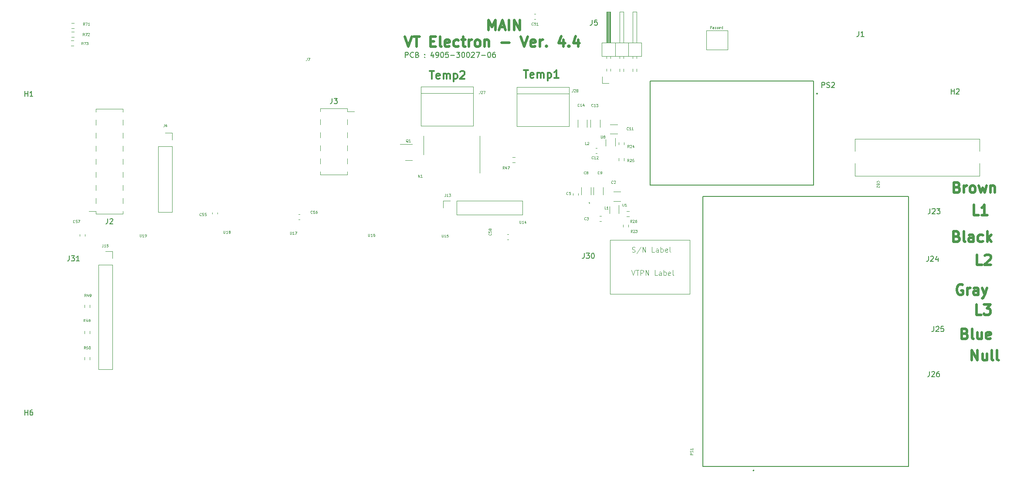
<source format=gbr>
%TF.GenerationSoftware,KiCad,Pcbnew,8.0.5*%
%TF.CreationDate,2024-11-08T09:24:58+00:00*%
%TF.ProjectId,Main_V44,4d61696e-5f56-4343-942e-6b696361645f,rev?*%
%TF.SameCoordinates,Original*%
%TF.FileFunction,Legend,Top*%
%TF.FilePolarity,Positive*%
%FSLAX46Y46*%
G04 Gerber Fmt 4.6, Leading zero omitted, Abs format (unit mm)*
G04 Created by KiCad (PCBNEW 8.0.5) date 2024-11-08 09:24:58*
%MOMM*%
%LPD*%
G01*
G04 APERTURE LIST*
%ADD10C,0.100000*%
%ADD11C,0.500000*%
%ADD12C,0.300000*%
%ADD13C,0.200000*%
%ADD14C,0.150000*%
%ADD15C,0.120000*%
%ADD16C,0.127000*%
G04 APERTURE END LIST*
D10*
X135661400Y12039600D02*
X139776200Y12039600D01*
X139776200Y8382000D01*
X135661400Y8382000D01*
X135661400Y12039600D01*
D11*
X185461495Y-37399276D02*
X185271019Y-37304038D01*
X185271019Y-37304038D02*
X184985305Y-37304038D01*
X184985305Y-37304038D02*
X184699590Y-37399276D01*
X184699590Y-37399276D02*
X184509114Y-37589752D01*
X184509114Y-37589752D02*
X184413876Y-37780228D01*
X184413876Y-37780228D02*
X184318638Y-38161180D01*
X184318638Y-38161180D02*
X184318638Y-38446895D01*
X184318638Y-38446895D02*
X184413876Y-38827847D01*
X184413876Y-38827847D02*
X184509114Y-39018323D01*
X184509114Y-39018323D02*
X184699590Y-39208800D01*
X184699590Y-39208800D02*
X184985305Y-39304038D01*
X184985305Y-39304038D02*
X185175781Y-39304038D01*
X185175781Y-39304038D02*
X185461495Y-39208800D01*
X185461495Y-39208800D02*
X185556733Y-39113561D01*
X185556733Y-39113561D02*
X185556733Y-38446895D01*
X185556733Y-38446895D02*
X185175781Y-38446895D01*
X186413876Y-39304038D02*
X186413876Y-37970704D01*
X186413876Y-38351657D02*
X186509114Y-38161180D01*
X186509114Y-38161180D02*
X186604352Y-38065942D01*
X186604352Y-38065942D02*
X186794828Y-37970704D01*
X186794828Y-37970704D02*
X186985305Y-37970704D01*
X188509114Y-39304038D02*
X188509114Y-38256419D01*
X188509114Y-38256419D02*
X188413876Y-38065942D01*
X188413876Y-38065942D02*
X188223400Y-37970704D01*
X188223400Y-37970704D02*
X187842447Y-37970704D01*
X187842447Y-37970704D02*
X187651971Y-38065942D01*
X188509114Y-39208800D02*
X188318638Y-39304038D01*
X188318638Y-39304038D02*
X187842447Y-39304038D01*
X187842447Y-39304038D02*
X187651971Y-39208800D01*
X187651971Y-39208800D02*
X187556733Y-39018323D01*
X187556733Y-39018323D02*
X187556733Y-38827847D01*
X187556733Y-38827847D02*
X187651971Y-38637371D01*
X187651971Y-38637371D02*
X187842447Y-38542133D01*
X187842447Y-38542133D02*
X188318638Y-38542133D01*
X188318638Y-38542133D02*
X188509114Y-38446895D01*
X189271019Y-37970704D02*
X189747209Y-39304038D01*
X190223400Y-37970704D02*
X189747209Y-39304038D01*
X189747209Y-39304038D02*
X189556733Y-39780228D01*
X189556733Y-39780228D02*
X189461495Y-39875466D01*
X189461495Y-39875466D02*
X189271019Y-39970704D01*
D12*
X81930515Y4174471D02*
X82787658Y4174471D01*
X82359086Y2674471D02*
X82359086Y4174471D01*
X83859086Y2745900D02*
X83716229Y2674471D01*
X83716229Y2674471D02*
X83430515Y2674471D01*
X83430515Y2674471D02*
X83287657Y2745900D01*
X83287657Y2745900D02*
X83216229Y2888757D01*
X83216229Y2888757D02*
X83216229Y3460185D01*
X83216229Y3460185D02*
X83287657Y3603042D01*
X83287657Y3603042D02*
X83430515Y3674471D01*
X83430515Y3674471D02*
X83716229Y3674471D01*
X83716229Y3674471D02*
X83859086Y3603042D01*
X83859086Y3603042D02*
X83930515Y3460185D01*
X83930515Y3460185D02*
X83930515Y3317328D01*
X83930515Y3317328D02*
X83216229Y3174471D01*
X84573371Y2674471D02*
X84573371Y3674471D01*
X84573371Y3531614D02*
X84644800Y3603042D01*
X84644800Y3603042D02*
X84787657Y3674471D01*
X84787657Y3674471D02*
X85001943Y3674471D01*
X85001943Y3674471D02*
X85144800Y3603042D01*
X85144800Y3603042D02*
X85216229Y3460185D01*
X85216229Y3460185D02*
X85216229Y2674471D01*
X85216229Y3460185D02*
X85287657Y3603042D01*
X85287657Y3603042D02*
X85430514Y3674471D01*
X85430514Y3674471D02*
X85644800Y3674471D01*
X85644800Y3674471D02*
X85787657Y3603042D01*
X85787657Y3603042D02*
X85859086Y3460185D01*
X85859086Y3460185D02*
X85859086Y2674471D01*
X86573371Y3674471D02*
X86573371Y2174471D01*
X86573371Y3603042D02*
X86716229Y3674471D01*
X86716229Y3674471D02*
X87001943Y3674471D01*
X87001943Y3674471D02*
X87144800Y3603042D01*
X87144800Y3603042D02*
X87216229Y3531614D01*
X87216229Y3531614D02*
X87287657Y3388757D01*
X87287657Y3388757D02*
X87287657Y2960185D01*
X87287657Y2960185D02*
X87216229Y2817328D01*
X87216229Y2817328D02*
X87144800Y2745900D01*
X87144800Y2745900D02*
X87001943Y2674471D01*
X87001943Y2674471D02*
X86716229Y2674471D01*
X86716229Y2674471D02*
X86573371Y2745900D01*
X87859086Y4031614D02*
X87930514Y4103042D01*
X87930514Y4103042D02*
X88073372Y4174471D01*
X88073372Y4174471D02*
X88430514Y4174471D01*
X88430514Y4174471D02*
X88573372Y4103042D01*
X88573372Y4103042D02*
X88644800Y4031614D01*
X88644800Y4031614D02*
X88716229Y3888757D01*
X88716229Y3888757D02*
X88716229Y3745900D01*
X88716229Y3745900D02*
X88644800Y3531614D01*
X88644800Y3531614D02*
X87787657Y2674471D01*
X87787657Y2674471D02*
X88716229Y2674471D01*
D11*
X184347219Y-27944019D02*
X184632933Y-28039257D01*
X184632933Y-28039257D02*
X184728171Y-28134495D01*
X184728171Y-28134495D02*
X184823409Y-28324971D01*
X184823409Y-28324971D02*
X184823409Y-28610685D01*
X184823409Y-28610685D02*
X184728171Y-28801161D01*
X184728171Y-28801161D02*
X184632933Y-28896400D01*
X184632933Y-28896400D02*
X184442457Y-28991638D01*
X184442457Y-28991638D02*
X183680552Y-28991638D01*
X183680552Y-28991638D02*
X183680552Y-26991638D01*
X183680552Y-26991638D02*
X184347219Y-26991638D01*
X184347219Y-26991638D02*
X184537695Y-27086876D01*
X184537695Y-27086876D02*
X184632933Y-27182114D01*
X184632933Y-27182114D02*
X184728171Y-27372590D01*
X184728171Y-27372590D02*
X184728171Y-27563066D01*
X184728171Y-27563066D02*
X184632933Y-27753542D01*
X184632933Y-27753542D02*
X184537695Y-27848780D01*
X184537695Y-27848780D02*
X184347219Y-27944019D01*
X184347219Y-27944019D02*
X183680552Y-27944019D01*
X185966266Y-28991638D02*
X185775790Y-28896400D01*
X185775790Y-28896400D02*
X185680552Y-28705923D01*
X185680552Y-28705923D02*
X185680552Y-26991638D01*
X187585314Y-28991638D02*
X187585314Y-27944019D01*
X187585314Y-27944019D02*
X187490076Y-27753542D01*
X187490076Y-27753542D02*
X187299600Y-27658304D01*
X187299600Y-27658304D02*
X186918647Y-27658304D01*
X186918647Y-27658304D02*
X186728171Y-27753542D01*
X187585314Y-28896400D02*
X187394838Y-28991638D01*
X187394838Y-28991638D02*
X186918647Y-28991638D01*
X186918647Y-28991638D02*
X186728171Y-28896400D01*
X186728171Y-28896400D02*
X186632933Y-28705923D01*
X186632933Y-28705923D02*
X186632933Y-28515447D01*
X186632933Y-28515447D02*
X186728171Y-28324971D01*
X186728171Y-28324971D02*
X186918647Y-28229733D01*
X186918647Y-28229733D02*
X187394838Y-28229733D01*
X187394838Y-28229733D02*
X187585314Y-28134495D01*
X189394838Y-28896400D02*
X189204362Y-28991638D01*
X189204362Y-28991638D02*
X188823409Y-28991638D01*
X188823409Y-28991638D02*
X188632933Y-28896400D01*
X188632933Y-28896400D02*
X188537695Y-28801161D01*
X188537695Y-28801161D02*
X188442457Y-28610685D01*
X188442457Y-28610685D02*
X188442457Y-28039257D01*
X188442457Y-28039257D02*
X188537695Y-27848780D01*
X188537695Y-27848780D02*
X188632933Y-27753542D01*
X188632933Y-27753542D02*
X188823409Y-27658304D01*
X188823409Y-27658304D02*
X189204362Y-27658304D01*
X189204362Y-27658304D02*
X189394838Y-27753542D01*
X190251981Y-28991638D02*
X190251981Y-26991638D01*
X190442457Y-28229733D02*
X191013886Y-28991638D01*
X191013886Y-27658304D02*
X190251981Y-28420209D01*
X189226866Y-33512838D02*
X188274485Y-33512838D01*
X188274485Y-33512838D02*
X188274485Y-31512838D01*
X189798295Y-31703314D02*
X189893533Y-31608076D01*
X189893533Y-31608076D02*
X190084009Y-31512838D01*
X190084009Y-31512838D02*
X190560200Y-31512838D01*
X190560200Y-31512838D02*
X190750676Y-31608076D01*
X190750676Y-31608076D02*
X190845914Y-31703314D01*
X190845914Y-31703314D02*
X190941152Y-31893790D01*
X190941152Y-31893790D02*
X190941152Y-32084266D01*
X190941152Y-32084266D02*
X190845914Y-32369980D01*
X190845914Y-32369980D02*
X189703057Y-33512838D01*
X189703057Y-33512838D02*
X190941152Y-33512838D01*
D12*
X100167715Y4352271D02*
X101024858Y4352271D01*
X100596286Y2852271D02*
X100596286Y4352271D01*
X102096286Y2923700D02*
X101953429Y2852271D01*
X101953429Y2852271D02*
X101667715Y2852271D01*
X101667715Y2852271D02*
X101524857Y2923700D01*
X101524857Y2923700D02*
X101453429Y3066557D01*
X101453429Y3066557D02*
X101453429Y3637985D01*
X101453429Y3637985D02*
X101524857Y3780842D01*
X101524857Y3780842D02*
X101667715Y3852271D01*
X101667715Y3852271D02*
X101953429Y3852271D01*
X101953429Y3852271D02*
X102096286Y3780842D01*
X102096286Y3780842D02*
X102167715Y3637985D01*
X102167715Y3637985D02*
X102167715Y3495128D01*
X102167715Y3495128D02*
X101453429Y3352271D01*
X102810571Y2852271D02*
X102810571Y3852271D01*
X102810571Y3709414D02*
X102882000Y3780842D01*
X102882000Y3780842D02*
X103024857Y3852271D01*
X103024857Y3852271D02*
X103239143Y3852271D01*
X103239143Y3852271D02*
X103382000Y3780842D01*
X103382000Y3780842D02*
X103453429Y3637985D01*
X103453429Y3637985D02*
X103453429Y2852271D01*
X103453429Y3637985D02*
X103524857Y3780842D01*
X103524857Y3780842D02*
X103667714Y3852271D01*
X103667714Y3852271D02*
X103882000Y3852271D01*
X103882000Y3852271D02*
X104024857Y3780842D01*
X104024857Y3780842D02*
X104096286Y3637985D01*
X104096286Y3637985D02*
X104096286Y2852271D01*
X104810571Y3852271D02*
X104810571Y2352271D01*
X104810571Y3780842D02*
X104953429Y3852271D01*
X104953429Y3852271D02*
X105239143Y3852271D01*
X105239143Y3852271D02*
X105382000Y3780842D01*
X105382000Y3780842D02*
X105453429Y3709414D01*
X105453429Y3709414D02*
X105524857Y3566557D01*
X105524857Y3566557D02*
X105524857Y3137985D01*
X105524857Y3137985D02*
X105453429Y2995128D01*
X105453429Y2995128D02*
X105382000Y2923700D01*
X105382000Y2923700D02*
X105239143Y2852271D01*
X105239143Y2852271D02*
X104953429Y2852271D01*
X104953429Y2852271D02*
X104810571Y2923700D01*
X106953429Y2852271D02*
X106096286Y2852271D01*
X106524857Y2852271D02*
X106524857Y4352271D01*
X106524857Y4352271D02*
X106382000Y4137985D01*
X106382000Y4137985D02*
X106239143Y3995128D01*
X106239143Y3995128D02*
X106096286Y3923700D01*
D11*
X184398067Y-18393619D02*
X184683781Y-18488857D01*
X184683781Y-18488857D02*
X184779019Y-18584095D01*
X184779019Y-18584095D02*
X184874257Y-18774571D01*
X184874257Y-18774571D02*
X184874257Y-19060285D01*
X184874257Y-19060285D02*
X184779019Y-19250761D01*
X184779019Y-19250761D02*
X184683781Y-19346000D01*
X184683781Y-19346000D02*
X184493305Y-19441238D01*
X184493305Y-19441238D02*
X183731400Y-19441238D01*
X183731400Y-19441238D02*
X183731400Y-17441238D01*
X183731400Y-17441238D02*
X184398067Y-17441238D01*
X184398067Y-17441238D02*
X184588543Y-17536476D01*
X184588543Y-17536476D02*
X184683781Y-17631714D01*
X184683781Y-17631714D02*
X184779019Y-17822190D01*
X184779019Y-17822190D02*
X184779019Y-18012666D01*
X184779019Y-18012666D02*
X184683781Y-18203142D01*
X184683781Y-18203142D02*
X184588543Y-18298380D01*
X184588543Y-18298380D02*
X184398067Y-18393619D01*
X184398067Y-18393619D02*
X183731400Y-18393619D01*
X185731400Y-19441238D02*
X185731400Y-18107904D01*
X185731400Y-18488857D02*
X185826638Y-18298380D01*
X185826638Y-18298380D02*
X185921876Y-18203142D01*
X185921876Y-18203142D02*
X186112352Y-18107904D01*
X186112352Y-18107904D02*
X186302829Y-18107904D01*
X187255209Y-19441238D02*
X187064733Y-19346000D01*
X187064733Y-19346000D02*
X186969495Y-19250761D01*
X186969495Y-19250761D02*
X186874257Y-19060285D01*
X186874257Y-19060285D02*
X186874257Y-18488857D01*
X186874257Y-18488857D02*
X186969495Y-18298380D01*
X186969495Y-18298380D02*
X187064733Y-18203142D01*
X187064733Y-18203142D02*
X187255209Y-18107904D01*
X187255209Y-18107904D02*
X187540924Y-18107904D01*
X187540924Y-18107904D02*
X187731400Y-18203142D01*
X187731400Y-18203142D02*
X187826638Y-18298380D01*
X187826638Y-18298380D02*
X187921876Y-18488857D01*
X187921876Y-18488857D02*
X187921876Y-19060285D01*
X187921876Y-19060285D02*
X187826638Y-19250761D01*
X187826638Y-19250761D02*
X187731400Y-19346000D01*
X187731400Y-19346000D02*
X187540924Y-19441238D01*
X187540924Y-19441238D02*
X187255209Y-19441238D01*
X188588543Y-18107904D02*
X188969495Y-19441238D01*
X188969495Y-19441238D02*
X189350448Y-18488857D01*
X189350448Y-18488857D02*
X189731400Y-19441238D01*
X189731400Y-19441238D02*
X190112352Y-18107904D01*
X190874257Y-18107904D02*
X190874257Y-19441238D01*
X190874257Y-18298380D02*
X190969495Y-18203142D01*
X190969495Y-18203142D02*
X191159971Y-18107904D01*
X191159971Y-18107904D02*
X191445686Y-18107904D01*
X191445686Y-18107904D02*
X191636162Y-18203142D01*
X191636162Y-18203142D02*
X191731400Y-18393619D01*
X191731400Y-18393619D02*
X191731400Y-19441238D01*
X188566466Y-23810038D02*
X187614085Y-23810038D01*
X187614085Y-23810038D02*
X187614085Y-21810038D01*
X190280752Y-23810038D02*
X189137895Y-23810038D01*
X189709323Y-23810038D02*
X189709323Y-21810038D01*
X189709323Y-21810038D02*
X189518847Y-22095752D01*
X189518847Y-22095752D02*
X189328371Y-22286228D01*
X189328371Y-22286228D02*
X189137895Y-22381466D01*
X189125266Y-43190238D02*
X188172885Y-43190238D01*
X188172885Y-43190238D02*
X188172885Y-41190238D01*
X189601457Y-41190238D02*
X190839552Y-41190238D01*
X190839552Y-41190238D02*
X190172885Y-41952142D01*
X190172885Y-41952142D02*
X190458600Y-41952142D01*
X190458600Y-41952142D02*
X190649076Y-42047380D01*
X190649076Y-42047380D02*
X190744314Y-42142619D01*
X190744314Y-42142619D02*
X190839552Y-42333095D01*
X190839552Y-42333095D02*
X190839552Y-42809285D01*
X190839552Y-42809285D02*
X190744314Y-42999761D01*
X190744314Y-42999761D02*
X190649076Y-43095000D01*
X190649076Y-43095000D02*
X190458600Y-43190238D01*
X190458600Y-43190238D02*
X189887171Y-43190238D01*
X189887171Y-43190238D02*
X189696695Y-43095000D01*
X189696695Y-43095000D02*
X189601457Y-42999761D01*
X93345096Y12140705D02*
X93345096Y14140705D01*
X93345096Y14140705D02*
X94011763Y12712134D01*
X94011763Y12712134D02*
X94678429Y14140705D01*
X94678429Y14140705D02*
X94678429Y12140705D01*
X95535572Y12712134D02*
X96487953Y12712134D01*
X95345096Y12140705D02*
X96011762Y14140705D01*
X96011762Y14140705D02*
X96678429Y12140705D01*
X97345096Y12140705D02*
X97345096Y14140705D01*
X98297477Y12140705D02*
X98297477Y14140705D01*
X98297477Y14140705D02*
X99440334Y12140705D01*
X99440334Y12140705D02*
X99440334Y14140705D01*
X77059379Y10920817D02*
X77726045Y8920817D01*
X77726045Y8920817D02*
X78392712Y10920817D01*
X78773665Y10920817D02*
X79916522Y10920817D01*
X79345093Y8920817D02*
X79345093Y10920817D01*
X82106999Y9968436D02*
X82773666Y9968436D01*
X83059380Y8920817D02*
X82106999Y8920817D01*
X82106999Y8920817D02*
X82106999Y10920817D01*
X82106999Y10920817D02*
X83059380Y10920817D01*
X84202237Y8920817D02*
X84011761Y9016056D01*
X84011761Y9016056D02*
X83916523Y9206532D01*
X83916523Y9206532D02*
X83916523Y10920817D01*
X85726047Y9016056D02*
X85535571Y8920817D01*
X85535571Y8920817D02*
X85154618Y8920817D01*
X85154618Y8920817D02*
X84964142Y9016056D01*
X84964142Y9016056D02*
X84868904Y9206532D01*
X84868904Y9206532D02*
X84868904Y9968436D01*
X84868904Y9968436D02*
X84964142Y10158913D01*
X84964142Y10158913D02*
X85154618Y10254151D01*
X85154618Y10254151D02*
X85535571Y10254151D01*
X85535571Y10254151D02*
X85726047Y10158913D01*
X85726047Y10158913D02*
X85821285Y9968436D01*
X85821285Y9968436D02*
X85821285Y9777960D01*
X85821285Y9777960D02*
X84868904Y9587484D01*
X87535571Y9016056D02*
X87345095Y8920817D01*
X87345095Y8920817D02*
X86964142Y8920817D01*
X86964142Y8920817D02*
X86773666Y9016056D01*
X86773666Y9016056D02*
X86678428Y9111294D01*
X86678428Y9111294D02*
X86583190Y9301770D01*
X86583190Y9301770D02*
X86583190Y9873198D01*
X86583190Y9873198D02*
X86678428Y10063675D01*
X86678428Y10063675D02*
X86773666Y10158913D01*
X86773666Y10158913D02*
X86964142Y10254151D01*
X86964142Y10254151D02*
X87345095Y10254151D01*
X87345095Y10254151D02*
X87535571Y10158913D01*
X88107000Y10254151D02*
X88868904Y10254151D01*
X88392714Y10920817D02*
X88392714Y9206532D01*
X88392714Y9206532D02*
X88487952Y9016056D01*
X88487952Y9016056D02*
X88678428Y8920817D01*
X88678428Y8920817D02*
X88868904Y8920817D01*
X89535571Y8920817D02*
X89535571Y10254151D01*
X89535571Y9873198D02*
X89630809Y10063675D01*
X89630809Y10063675D02*
X89726047Y10158913D01*
X89726047Y10158913D02*
X89916523Y10254151D01*
X89916523Y10254151D02*
X90107000Y10254151D01*
X91059380Y8920817D02*
X90868904Y9016056D01*
X90868904Y9016056D02*
X90773666Y9111294D01*
X90773666Y9111294D02*
X90678428Y9301770D01*
X90678428Y9301770D02*
X90678428Y9873198D01*
X90678428Y9873198D02*
X90773666Y10063675D01*
X90773666Y10063675D02*
X90868904Y10158913D01*
X90868904Y10158913D02*
X91059380Y10254151D01*
X91059380Y10254151D02*
X91345095Y10254151D01*
X91345095Y10254151D02*
X91535571Y10158913D01*
X91535571Y10158913D02*
X91630809Y10063675D01*
X91630809Y10063675D02*
X91726047Y9873198D01*
X91726047Y9873198D02*
X91726047Y9301770D01*
X91726047Y9301770D02*
X91630809Y9111294D01*
X91630809Y9111294D02*
X91535571Y9016056D01*
X91535571Y9016056D02*
X91345095Y8920817D01*
X91345095Y8920817D02*
X91059380Y8920817D01*
X92583190Y10254151D02*
X92583190Y8920817D01*
X92583190Y10063675D02*
X92678428Y10158913D01*
X92678428Y10158913D02*
X92868904Y10254151D01*
X92868904Y10254151D02*
X93154619Y10254151D01*
X93154619Y10254151D02*
X93345095Y10158913D01*
X93345095Y10158913D02*
X93440333Y9968436D01*
X93440333Y9968436D02*
X93440333Y8920817D01*
X95916524Y9682722D02*
X97440334Y9682722D01*
X99630810Y10920817D02*
X100297476Y8920817D01*
X100297476Y8920817D02*
X100964143Y10920817D01*
X102392715Y9016056D02*
X102202239Y8920817D01*
X102202239Y8920817D02*
X101821286Y8920817D01*
X101821286Y8920817D02*
X101630810Y9016056D01*
X101630810Y9016056D02*
X101535572Y9206532D01*
X101535572Y9206532D02*
X101535572Y9968436D01*
X101535572Y9968436D02*
X101630810Y10158913D01*
X101630810Y10158913D02*
X101821286Y10254151D01*
X101821286Y10254151D02*
X102202239Y10254151D01*
X102202239Y10254151D02*
X102392715Y10158913D01*
X102392715Y10158913D02*
X102487953Y9968436D01*
X102487953Y9968436D02*
X102487953Y9777960D01*
X102487953Y9777960D02*
X101535572Y9587484D01*
X103345096Y8920817D02*
X103345096Y10254151D01*
X103345096Y9873198D02*
X103440334Y10063675D01*
X103440334Y10063675D02*
X103535572Y10158913D01*
X103535572Y10158913D02*
X103726048Y10254151D01*
X103726048Y10254151D02*
X103916525Y10254151D01*
X104583191Y9111294D02*
X104678429Y9016056D01*
X104678429Y9016056D02*
X104583191Y8920817D01*
X104583191Y8920817D02*
X104487953Y9016056D01*
X104487953Y9016056D02*
X104583191Y9111294D01*
X104583191Y9111294D02*
X104583191Y8920817D01*
X107916525Y10254151D02*
X107916525Y8920817D01*
X107440334Y11016056D02*
X106964144Y9587484D01*
X106964144Y9587484D02*
X108202239Y9587484D01*
X108964144Y9111294D02*
X109059382Y9016056D01*
X109059382Y9016056D02*
X108964144Y8920817D01*
X108964144Y8920817D02*
X108868906Y9016056D01*
X108868906Y9016056D02*
X108964144Y9111294D01*
X108964144Y9111294D02*
X108964144Y8920817D01*
X110773668Y10254151D02*
X110773668Y8920817D01*
X110297477Y11016056D02*
X109821287Y9587484D01*
X109821287Y9587484D02*
X111059382Y9587484D01*
D10*
X136414819Y12448490D02*
X136414819Y12948490D01*
X136414819Y12948490D02*
X136605295Y12948490D01*
X136605295Y12948490D02*
X136652914Y12924680D01*
X136652914Y12924680D02*
X136676724Y12900871D01*
X136676724Y12900871D02*
X136700533Y12853252D01*
X136700533Y12853252D02*
X136700533Y12781823D01*
X136700533Y12781823D02*
X136676724Y12734204D01*
X136676724Y12734204D02*
X136652914Y12710395D01*
X136652914Y12710395D02*
X136605295Y12686585D01*
X136605295Y12686585D02*
X136414819Y12686585D01*
X137129105Y12448490D02*
X137129105Y12710395D01*
X137129105Y12710395D02*
X137105295Y12758014D01*
X137105295Y12758014D02*
X137057676Y12781823D01*
X137057676Y12781823D02*
X136962438Y12781823D01*
X136962438Y12781823D02*
X136914819Y12758014D01*
X137129105Y12472300D02*
X137081486Y12448490D01*
X137081486Y12448490D02*
X136962438Y12448490D01*
X136962438Y12448490D02*
X136914819Y12472300D01*
X136914819Y12472300D02*
X136891010Y12519919D01*
X136891010Y12519919D02*
X136891010Y12567538D01*
X136891010Y12567538D02*
X136914819Y12615157D01*
X136914819Y12615157D02*
X136962438Y12638966D01*
X136962438Y12638966D02*
X137081486Y12638966D01*
X137081486Y12638966D02*
X137129105Y12662776D01*
X137343391Y12472300D02*
X137391010Y12448490D01*
X137391010Y12448490D02*
X137486248Y12448490D01*
X137486248Y12448490D02*
X137533867Y12472300D01*
X137533867Y12472300D02*
X137557676Y12519919D01*
X137557676Y12519919D02*
X137557676Y12543728D01*
X137557676Y12543728D02*
X137533867Y12591347D01*
X137533867Y12591347D02*
X137486248Y12615157D01*
X137486248Y12615157D02*
X137414819Y12615157D01*
X137414819Y12615157D02*
X137367200Y12638966D01*
X137367200Y12638966D02*
X137343391Y12686585D01*
X137343391Y12686585D02*
X137343391Y12710395D01*
X137343391Y12710395D02*
X137367200Y12758014D01*
X137367200Y12758014D02*
X137414819Y12781823D01*
X137414819Y12781823D02*
X137486248Y12781823D01*
X137486248Y12781823D02*
X137533867Y12758014D01*
X137748153Y12472300D02*
X137795772Y12448490D01*
X137795772Y12448490D02*
X137891010Y12448490D01*
X137891010Y12448490D02*
X137938629Y12472300D01*
X137938629Y12472300D02*
X137962438Y12519919D01*
X137962438Y12519919D02*
X137962438Y12543728D01*
X137962438Y12543728D02*
X137938629Y12591347D01*
X137938629Y12591347D02*
X137891010Y12615157D01*
X137891010Y12615157D02*
X137819581Y12615157D01*
X137819581Y12615157D02*
X137771962Y12638966D01*
X137771962Y12638966D02*
X137748153Y12686585D01*
X137748153Y12686585D02*
X137748153Y12710395D01*
X137748153Y12710395D02*
X137771962Y12758014D01*
X137771962Y12758014D02*
X137819581Y12781823D01*
X137819581Y12781823D02*
X137891010Y12781823D01*
X137891010Y12781823D02*
X137938629Y12758014D01*
X138367200Y12472300D02*
X138319581Y12448490D01*
X138319581Y12448490D02*
X138224343Y12448490D01*
X138224343Y12448490D02*
X138176724Y12472300D01*
X138176724Y12472300D02*
X138152915Y12519919D01*
X138152915Y12519919D02*
X138152915Y12710395D01*
X138152915Y12710395D02*
X138176724Y12758014D01*
X138176724Y12758014D02*
X138224343Y12781823D01*
X138224343Y12781823D02*
X138319581Y12781823D01*
X138319581Y12781823D02*
X138367200Y12758014D01*
X138367200Y12758014D02*
X138391010Y12710395D01*
X138391010Y12710395D02*
X138391010Y12662776D01*
X138391010Y12662776D02*
X138152915Y12615157D01*
X138819581Y12448490D02*
X138819581Y12948490D01*
X138819581Y12472300D02*
X138771962Y12448490D01*
X138771962Y12448490D02*
X138676724Y12448490D01*
X138676724Y12448490D02*
X138629105Y12472300D01*
X138629105Y12472300D02*
X138605295Y12496109D01*
X138605295Y12496109D02*
X138581486Y12543728D01*
X138581486Y12543728D02*
X138581486Y12686585D01*
X138581486Y12686585D02*
X138605295Y12734204D01*
X138605295Y12734204D02*
X138629105Y12758014D01*
X138629105Y12758014D02*
X138676724Y12781823D01*
X138676724Y12781823D02*
X138771962Y12781823D01*
X138771962Y12781823D02*
X138819581Y12758014D01*
D11*
X187214190Y-52054838D02*
X187214190Y-50054838D01*
X187214190Y-50054838D02*
X188357047Y-52054838D01*
X188357047Y-52054838D02*
X188357047Y-50054838D01*
X190166571Y-50721504D02*
X190166571Y-52054838D01*
X189309428Y-50721504D02*
X189309428Y-51769123D01*
X189309428Y-51769123D02*
X189404666Y-51959600D01*
X189404666Y-51959600D02*
X189595142Y-52054838D01*
X189595142Y-52054838D02*
X189880857Y-52054838D01*
X189880857Y-52054838D02*
X190071333Y-51959600D01*
X190071333Y-51959600D02*
X190166571Y-51864361D01*
X191404666Y-52054838D02*
X191214190Y-51959600D01*
X191214190Y-51959600D02*
X191118952Y-51769123D01*
X191118952Y-51769123D02*
X191118952Y-50054838D01*
X192452285Y-52054838D02*
X192261809Y-51959600D01*
X192261809Y-51959600D02*
X192166571Y-51769123D01*
X192166571Y-51769123D02*
X192166571Y-50054838D01*
D13*
X77180952Y6847780D02*
X77180952Y7847780D01*
X77180952Y7847780D02*
X77561904Y7847780D01*
X77561904Y7847780D02*
X77657142Y7800161D01*
X77657142Y7800161D02*
X77704761Y7752542D01*
X77704761Y7752542D02*
X77752380Y7657304D01*
X77752380Y7657304D02*
X77752380Y7514447D01*
X77752380Y7514447D02*
X77704761Y7419209D01*
X77704761Y7419209D02*
X77657142Y7371590D01*
X77657142Y7371590D02*
X77561904Y7323971D01*
X77561904Y7323971D02*
X77180952Y7323971D01*
X78752380Y6943019D02*
X78704761Y6895400D01*
X78704761Y6895400D02*
X78561904Y6847780D01*
X78561904Y6847780D02*
X78466666Y6847780D01*
X78466666Y6847780D02*
X78323809Y6895400D01*
X78323809Y6895400D02*
X78228571Y6990638D01*
X78228571Y6990638D02*
X78180952Y7085876D01*
X78180952Y7085876D02*
X78133333Y7276352D01*
X78133333Y7276352D02*
X78133333Y7419209D01*
X78133333Y7419209D02*
X78180952Y7609685D01*
X78180952Y7609685D02*
X78228571Y7704923D01*
X78228571Y7704923D02*
X78323809Y7800161D01*
X78323809Y7800161D02*
X78466666Y7847780D01*
X78466666Y7847780D02*
X78561904Y7847780D01*
X78561904Y7847780D02*
X78704761Y7800161D01*
X78704761Y7800161D02*
X78752380Y7752542D01*
X79514285Y7371590D02*
X79657142Y7323971D01*
X79657142Y7323971D02*
X79704761Y7276352D01*
X79704761Y7276352D02*
X79752380Y7181114D01*
X79752380Y7181114D02*
X79752380Y7038257D01*
X79752380Y7038257D02*
X79704761Y6943019D01*
X79704761Y6943019D02*
X79657142Y6895400D01*
X79657142Y6895400D02*
X79561904Y6847780D01*
X79561904Y6847780D02*
X79180952Y6847780D01*
X79180952Y6847780D02*
X79180952Y7847780D01*
X79180952Y7847780D02*
X79514285Y7847780D01*
X79514285Y7847780D02*
X79609523Y7800161D01*
X79609523Y7800161D02*
X79657142Y7752542D01*
X79657142Y7752542D02*
X79704761Y7657304D01*
X79704761Y7657304D02*
X79704761Y7562066D01*
X79704761Y7562066D02*
X79657142Y7466828D01*
X79657142Y7466828D02*
X79609523Y7419209D01*
X79609523Y7419209D02*
X79514285Y7371590D01*
X79514285Y7371590D02*
X79180952Y7371590D01*
X80942857Y6943019D02*
X80990476Y6895400D01*
X80990476Y6895400D02*
X80942857Y6847780D01*
X80942857Y6847780D02*
X80895238Y6895400D01*
X80895238Y6895400D02*
X80942857Y6943019D01*
X80942857Y6943019D02*
X80942857Y6847780D01*
X80942857Y7466828D02*
X80990476Y7419209D01*
X80990476Y7419209D02*
X80942857Y7371590D01*
X80942857Y7371590D02*
X80895238Y7419209D01*
X80895238Y7419209D02*
X80942857Y7466828D01*
X80942857Y7466828D02*
X80942857Y7371590D01*
X82609523Y7514447D02*
X82609523Y6847780D01*
X82371428Y7895400D02*
X82133333Y7181114D01*
X82133333Y7181114D02*
X82752380Y7181114D01*
X83180952Y6847780D02*
X83371428Y6847780D01*
X83371428Y6847780D02*
X83466666Y6895400D01*
X83466666Y6895400D02*
X83514285Y6943019D01*
X83514285Y6943019D02*
X83609523Y7085876D01*
X83609523Y7085876D02*
X83657142Y7276352D01*
X83657142Y7276352D02*
X83657142Y7657304D01*
X83657142Y7657304D02*
X83609523Y7752542D01*
X83609523Y7752542D02*
X83561904Y7800161D01*
X83561904Y7800161D02*
X83466666Y7847780D01*
X83466666Y7847780D02*
X83276190Y7847780D01*
X83276190Y7847780D02*
X83180952Y7800161D01*
X83180952Y7800161D02*
X83133333Y7752542D01*
X83133333Y7752542D02*
X83085714Y7657304D01*
X83085714Y7657304D02*
X83085714Y7419209D01*
X83085714Y7419209D02*
X83133333Y7323971D01*
X83133333Y7323971D02*
X83180952Y7276352D01*
X83180952Y7276352D02*
X83276190Y7228733D01*
X83276190Y7228733D02*
X83466666Y7228733D01*
X83466666Y7228733D02*
X83561904Y7276352D01*
X83561904Y7276352D02*
X83609523Y7323971D01*
X83609523Y7323971D02*
X83657142Y7419209D01*
X84276190Y7847780D02*
X84371428Y7847780D01*
X84371428Y7847780D02*
X84466666Y7800161D01*
X84466666Y7800161D02*
X84514285Y7752542D01*
X84514285Y7752542D02*
X84561904Y7657304D01*
X84561904Y7657304D02*
X84609523Y7466828D01*
X84609523Y7466828D02*
X84609523Y7228733D01*
X84609523Y7228733D02*
X84561904Y7038257D01*
X84561904Y7038257D02*
X84514285Y6943019D01*
X84514285Y6943019D02*
X84466666Y6895400D01*
X84466666Y6895400D02*
X84371428Y6847780D01*
X84371428Y6847780D02*
X84276190Y6847780D01*
X84276190Y6847780D02*
X84180952Y6895400D01*
X84180952Y6895400D02*
X84133333Y6943019D01*
X84133333Y6943019D02*
X84085714Y7038257D01*
X84085714Y7038257D02*
X84038095Y7228733D01*
X84038095Y7228733D02*
X84038095Y7466828D01*
X84038095Y7466828D02*
X84085714Y7657304D01*
X84085714Y7657304D02*
X84133333Y7752542D01*
X84133333Y7752542D02*
X84180952Y7800161D01*
X84180952Y7800161D02*
X84276190Y7847780D01*
X85514285Y7847780D02*
X85038095Y7847780D01*
X85038095Y7847780D02*
X84990476Y7371590D01*
X84990476Y7371590D02*
X85038095Y7419209D01*
X85038095Y7419209D02*
X85133333Y7466828D01*
X85133333Y7466828D02*
X85371428Y7466828D01*
X85371428Y7466828D02*
X85466666Y7419209D01*
X85466666Y7419209D02*
X85514285Y7371590D01*
X85514285Y7371590D02*
X85561904Y7276352D01*
X85561904Y7276352D02*
X85561904Y7038257D01*
X85561904Y7038257D02*
X85514285Y6943019D01*
X85514285Y6943019D02*
X85466666Y6895400D01*
X85466666Y6895400D02*
X85371428Y6847780D01*
X85371428Y6847780D02*
X85133333Y6847780D01*
X85133333Y6847780D02*
X85038095Y6895400D01*
X85038095Y6895400D02*
X84990476Y6943019D01*
X85990476Y7228733D02*
X86752381Y7228733D01*
X87133333Y7847780D02*
X87752380Y7847780D01*
X87752380Y7847780D02*
X87419047Y7466828D01*
X87419047Y7466828D02*
X87561904Y7466828D01*
X87561904Y7466828D02*
X87657142Y7419209D01*
X87657142Y7419209D02*
X87704761Y7371590D01*
X87704761Y7371590D02*
X87752380Y7276352D01*
X87752380Y7276352D02*
X87752380Y7038257D01*
X87752380Y7038257D02*
X87704761Y6943019D01*
X87704761Y6943019D02*
X87657142Y6895400D01*
X87657142Y6895400D02*
X87561904Y6847780D01*
X87561904Y6847780D02*
X87276190Y6847780D01*
X87276190Y6847780D02*
X87180952Y6895400D01*
X87180952Y6895400D02*
X87133333Y6943019D01*
X88371428Y7847780D02*
X88466666Y7847780D01*
X88466666Y7847780D02*
X88561904Y7800161D01*
X88561904Y7800161D02*
X88609523Y7752542D01*
X88609523Y7752542D02*
X88657142Y7657304D01*
X88657142Y7657304D02*
X88704761Y7466828D01*
X88704761Y7466828D02*
X88704761Y7228733D01*
X88704761Y7228733D02*
X88657142Y7038257D01*
X88657142Y7038257D02*
X88609523Y6943019D01*
X88609523Y6943019D02*
X88561904Y6895400D01*
X88561904Y6895400D02*
X88466666Y6847780D01*
X88466666Y6847780D02*
X88371428Y6847780D01*
X88371428Y6847780D02*
X88276190Y6895400D01*
X88276190Y6895400D02*
X88228571Y6943019D01*
X88228571Y6943019D02*
X88180952Y7038257D01*
X88180952Y7038257D02*
X88133333Y7228733D01*
X88133333Y7228733D02*
X88133333Y7466828D01*
X88133333Y7466828D02*
X88180952Y7657304D01*
X88180952Y7657304D02*
X88228571Y7752542D01*
X88228571Y7752542D02*
X88276190Y7800161D01*
X88276190Y7800161D02*
X88371428Y7847780D01*
X89323809Y7847780D02*
X89419047Y7847780D01*
X89419047Y7847780D02*
X89514285Y7800161D01*
X89514285Y7800161D02*
X89561904Y7752542D01*
X89561904Y7752542D02*
X89609523Y7657304D01*
X89609523Y7657304D02*
X89657142Y7466828D01*
X89657142Y7466828D02*
X89657142Y7228733D01*
X89657142Y7228733D02*
X89609523Y7038257D01*
X89609523Y7038257D02*
X89561904Y6943019D01*
X89561904Y6943019D02*
X89514285Y6895400D01*
X89514285Y6895400D02*
X89419047Y6847780D01*
X89419047Y6847780D02*
X89323809Y6847780D01*
X89323809Y6847780D02*
X89228571Y6895400D01*
X89228571Y6895400D02*
X89180952Y6943019D01*
X89180952Y6943019D02*
X89133333Y7038257D01*
X89133333Y7038257D02*
X89085714Y7228733D01*
X89085714Y7228733D02*
X89085714Y7466828D01*
X89085714Y7466828D02*
X89133333Y7657304D01*
X89133333Y7657304D02*
X89180952Y7752542D01*
X89180952Y7752542D02*
X89228571Y7800161D01*
X89228571Y7800161D02*
X89323809Y7847780D01*
X90038095Y7752542D02*
X90085714Y7800161D01*
X90085714Y7800161D02*
X90180952Y7847780D01*
X90180952Y7847780D02*
X90419047Y7847780D01*
X90419047Y7847780D02*
X90514285Y7800161D01*
X90514285Y7800161D02*
X90561904Y7752542D01*
X90561904Y7752542D02*
X90609523Y7657304D01*
X90609523Y7657304D02*
X90609523Y7562066D01*
X90609523Y7562066D02*
X90561904Y7419209D01*
X90561904Y7419209D02*
X89990476Y6847780D01*
X89990476Y6847780D02*
X90609523Y6847780D01*
X90942857Y7847780D02*
X91609523Y7847780D01*
X91609523Y7847780D02*
X91180952Y6847780D01*
X91990476Y7228733D02*
X92752381Y7228733D01*
X93419047Y7847780D02*
X93514285Y7847780D01*
X93514285Y7847780D02*
X93609523Y7800161D01*
X93609523Y7800161D02*
X93657142Y7752542D01*
X93657142Y7752542D02*
X93704761Y7657304D01*
X93704761Y7657304D02*
X93752380Y7466828D01*
X93752380Y7466828D02*
X93752380Y7228733D01*
X93752380Y7228733D02*
X93704761Y7038257D01*
X93704761Y7038257D02*
X93657142Y6943019D01*
X93657142Y6943019D02*
X93609523Y6895400D01*
X93609523Y6895400D02*
X93514285Y6847780D01*
X93514285Y6847780D02*
X93419047Y6847780D01*
X93419047Y6847780D02*
X93323809Y6895400D01*
X93323809Y6895400D02*
X93276190Y6943019D01*
X93276190Y6943019D02*
X93228571Y7038257D01*
X93228571Y7038257D02*
X93180952Y7228733D01*
X93180952Y7228733D02*
X93180952Y7466828D01*
X93180952Y7466828D02*
X93228571Y7657304D01*
X93228571Y7657304D02*
X93276190Y7752542D01*
X93276190Y7752542D02*
X93323809Y7800161D01*
X93323809Y7800161D02*
X93419047Y7847780D01*
X94609523Y7847780D02*
X94419047Y7847780D01*
X94419047Y7847780D02*
X94323809Y7800161D01*
X94323809Y7800161D02*
X94276190Y7752542D01*
X94276190Y7752542D02*
X94180952Y7609685D01*
X94180952Y7609685D02*
X94133333Y7419209D01*
X94133333Y7419209D02*
X94133333Y7038257D01*
X94133333Y7038257D02*
X94180952Y6943019D01*
X94180952Y6943019D02*
X94228571Y6895400D01*
X94228571Y6895400D02*
X94323809Y6847780D01*
X94323809Y6847780D02*
X94514285Y6847780D01*
X94514285Y6847780D02*
X94609523Y6895400D01*
X94609523Y6895400D02*
X94657142Y6943019D01*
X94657142Y6943019D02*
X94704761Y7038257D01*
X94704761Y7038257D02*
X94704761Y7276352D01*
X94704761Y7276352D02*
X94657142Y7371590D01*
X94657142Y7371590D02*
X94609523Y7419209D01*
X94609523Y7419209D02*
X94514285Y7466828D01*
X94514285Y7466828D02*
X94323809Y7466828D01*
X94323809Y7466828D02*
X94228571Y7419209D01*
X94228571Y7419209D02*
X94180952Y7371590D01*
X94180952Y7371590D02*
X94133333Y7276352D01*
D11*
X185944143Y-46857275D02*
X186229857Y-46952513D01*
X186229857Y-46952513D02*
X186325095Y-47047751D01*
X186325095Y-47047751D02*
X186420333Y-47238227D01*
X186420333Y-47238227D02*
X186420333Y-47523941D01*
X186420333Y-47523941D02*
X186325095Y-47714417D01*
X186325095Y-47714417D02*
X186229857Y-47809656D01*
X186229857Y-47809656D02*
X186039381Y-47904894D01*
X186039381Y-47904894D02*
X185277476Y-47904894D01*
X185277476Y-47904894D02*
X185277476Y-45904894D01*
X185277476Y-45904894D02*
X185944143Y-45904894D01*
X185944143Y-45904894D02*
X186134619Y-46000132D01*
X186134619Y-46000132D02*
X186229857Y-46095370D01*
X186229857Y-46095370D02*
X186325095Y-46285846D01*
X186325095Y-46285846D02*
X186325095Y-46476322D01*
X186325095Y-46476322D02*
X186229857Y-46666798D01*
X186229857Y-46666798D02*
X186134619Y-46762036D01*
X186134619Y-46762036D02*
X185944143Y-46857275D01*
X185944143Y-46857275D02*
X185277476Y-46857275D01*
X187563190Y-47904894D02*
X187372714Y-47809656D01*
X187372714Y-47809656D02*
X187277476Y-47619179D01*
X187277476Y-47619179D02*
X187277476Y-45904894D01*
X189182238Y-46571560D02*
X189182238Y-47904894D01*
X188325095Y-46571560D02*
X188325095Y-47619179D01*
X188325095Y-47619179D02*
X188420333Y-47809656D01*
X188420333Y-47809656D02*
X188610809Y-47904894D01*
X188610809Y-47904894D02*
X188896524Y-47904894D01*
X188896524Y-47904894D02*
X189087000Y-47809656D01*
X189087000Y-47809656D02*
X189182238Y-47714417D01*
X190896524Y-47809656D02*
X190706048Y-47904894D01*
X190706048Y-47904894D02*
X190325095Y-47904894D01*
X190325095Y-47904894D02*
X190134619Y-47809656D01*
X190134619Y-47809656D02*
X190039381Y-47619179D01*
X190039381Y-47619179D02*
X190039381Y-46857275D01*
X190039381Y-46857275D02*
X190134619Y-46666798D01*
X190134619Y-46666798D02*
X190325095Y-46571560D01*
X190325095Y-46571560D02*
X190706048Y-46571560D01*
X190706048Y-46571560D02*
X190896524Y-46666798D01*
X190896524Y-46666798D02*
X190991762Y-46857275D01*
X190991762Y-46857275D02*
X190991762Y-47047751D01*
X190991762Y-47047751D02*
X190039381Y-47238227D01*
D10*
X121111027Y-34522419D02*
X121444360Y-35522419D01*
X121444360Y-35522419D02*
X121777693Y-34522419D01*
X121968170Y-34522419D02*
X122539598Y-34522419D01*
X122253884Y-35522419D02*
X122253884Y-34522419D01*
X122872932Y-35522419D02*
X122872932Y-34522419D01*
X122872932Y-34522419D02*
X123253884Y-34522419D01*
X123253884Y-34522419D02*
X123349122Y-34570038D01*
X123349122Y-34570038D02*
X123396741Y-34617657D01*
X123396741Y-34617657D02*
X123444360Y-34712895D01*
X123444360Y-34712895D02*
X123444360Y-34855752D01*
X123444360Y-34855752D02*
X123396741Y-34950990D01*
X123396741Y-34950990D02*
X123349122Y-34998609D01*
X123349122Y-34998609D02*
X123253884Y-35046228D01*
X123253884Y-35046228D02*
X122872932Y-35046228D01*
X123872932Y-35522419D02*
X123872932Y-34522419D01*
X123872932Y-34522419D02*
X124444360Y-35522419D01*
X124444360Y-35522419D02*
X124444360Y-34522419D01*
X126158646Y-35522419D02*
X125682456Y-35522419D01*
X125682456Y-35522419D02*
X125682456Y-34522419D01*
X126920551Y-35522419D02*
X126920551Y-34998609D01*
X126920551Y-34998609D02*
X126872932Y-34903371D01*
X126872932Y-34903371D02*
X126777694Y-34855752D01*
X126777694Y-34855752D02*
X126587218Y-34855752D01*
X126587218Y-34855752D02*
X126491980Y-34903371D01*
X126920551Y-35474800D02*
X126825313Y-35522419D01*
X126825313Y-35522419D02*
X126587218Y-35522419D01*
X126587218Y-35522419D02*
X126491980Y-35474800D01*
X126491980Y-35474800D02*
X126444361Y-35379561D01*
X126444361Y-35379561D02*
X126444361Y-35284323D01*
X126444361Y-35284323D02*
X126491980Y-35189085D01*
X126491980Y-35189085D02*
X126587218Y-35141466D01*
X126587218Y-35141466D02*
X126825313Y-35141466D01*
X126825313Y-35141466D02*
X126920551Y-35093847D01*
X127396742Y-35522419D02*
X127396742Y-34522419D01*
X127396742Y-34903371D02*
X127491980Y-34855752D01*
X127491980Y-34855752D02*
X127682456Y-34855752D01*
X127682456Y-34855752D02*
X127777694Y-34903371D01*
X127777694Y-34903371D02*
X127825313Y-34950990D01*
X127825313Y-34950990D02*
X127872932Y-35046228D01*
X127872932Y-35046228D02*
X127872932Y-35331942D01*
X127872932Y-35331942D02*
X127825313Y-35427180D01*
X127825313Y-35427180D02*
X127777694Y-35474800D01*
X127777694Y-35474800D02*
X127682456Y-35522419D01*
X127682456Y-35522419D02*
X127491980Y-35522419D01*
X127491980Y-35522419D02*
X127396742Y-35474800D01*
X128682456Y-35474800D02*
X128587218Y-35522419D01*
X128587218Y-35522419D02*
X128396742Y-35522419D01*
X128396742Y-35522419D02*
X128301504Y-35474800D01*
X128301504Y-35474800D02*
X128253885Y-35379561D01*
X128253885Y-35379561D02*
X128253885Y-34998609D01*
X128253885Y-34998609D02*
X128301504Y-34903371D01*
X128301504Y-34903371D02*
X128396742Y-34855752D01*
X128396742Y-34855752D02*
X128587218Y-34855752D01*
X128587218Y-34855752D02*
X128682456Y-34903371D01*
X128682456Y-34903371D02*
X128730075Y-34998609D01*
X128730075Y-34998609D02*
X128730075Y-35093847D01*
X128730075Y-35093847D02*
X128253885Y-35189085D01*
X129301504Y-35522419D02*
X129206266Y-35474800D01*
X129206266Y-35474800D02*
X129158647Y-35379561D01*
X129158647Y-35379561D02*
X129158647Y-34522419D01*
X121235714Y-30974800D02*
X121378571Y-31022419D01*
X121378571Y-31022419D02*
X121616666Y-31022419D01*
X121616666Y-31022419D02*
X121711904Y-30974800D01*
X121711904Y-30974800D02*
X121759523Y-30927180D01*
X121759523Y-30927180D02*
X121807142Y-30831942D01*
X121807142Y-30831942D02*
X121807142Y-30736704D01*
X121807142Y-30736704D02*
X121759523Y-30641466D01*
X121759523Y-30641466D02*
X121711904Y-30593847D01*
X121711904Y-30593847D02*
X121616666Y-30546228D01*
X121616666Y-30546228D02*
X121426190Y-30498609D01*
X121426190Y-30498609D02*
X121330952Y-30450990D01*
X121330952Y-30450990D02*
X121283333Y-30403371D01*
X121283333Y-30403371D02*
X121235714Y-30308133D01*
X121235714Y-30308133D02*
X121235714Y-30212895D01*
X121235714Y-30212895D02*
X121283333Y-30117657D01*
X121283333Y-30117657D02*
X121330952Y-30070038D01*
X121330952Y-30070038D02*
X121426190Y-30022419D01*
X121426190Y-30022419D02*
X121664285Y-30022419D01*
X121664285Y-30022419D02*
X121807142Y-30070038D01*
X122949999Y-29974800D02*
X122092857Y-31260514D01*
X123283333Y-31022419D02*
X123283333Y-30022419D01*
X123283333Y-30022419D02*
X123854761Y-31022419D01*
X123854761Y-31022419D02*
X123854761Y-30022419D01*
X125569047Y-31022419D02*
X125092857Y-31022419D01*
X125092857Y-31022419D02*
X125092857Y-30022419D01*
X126330952Y-31022419D02*
X126330952Y-30498609D01*
X126330952Y-30498609D02*
X126283333Y-30403371D01*
X126283333Y-30403371D02*
X126188095Y-30355752D01*
X126188095Y-30355752D02*
X125997619Y-30355752D01*
X125997619Y-30355752D02*
X125902381Y-30403371D01*
X126330952Y-30974800D02*
X126235714Y-31022419D01*
X126235714Y-31022419D02*
X125997619Y-31022419D01*
X125997619Y-31022419D02*
X125902381Y-30974800D01*
X125902381Y-30974800D02*
X125854762Y-30879561D01*
X125854762Y-30879561D02*
X125854762Y-30784323D01*
X125854762Y-30784323D02*
X125902381Y-30689085D01*
X125902381Y-30689085D02*
X125997619Y-30641466D01*
X125997619Y-30641466D02*
X126235714Y-30641466D01*
X126235714Y-30641466D02*
X126330952Y-30593847D01*
X126807143Y-31022419D02*
X126807143Y-30022419D01*
X126807143Y-30403371D02*
X126902381Y-30355752D01*
X126902381Y-30355752D02*
X127092857Y-30355752D01*
X127092857Y-30355752D02*
X127188095Y-30403371D01*
X127188095Y-30403371D02*
X127235714Y-30450990D01*
X127235714Y-30450990D02*
X127283333Y-30546228D01*
X127283333Y-30546228D02*
X127283333Y-30831942D01*
X127283333Y-30831942D02*
X127235714Y-30927180D01*
X127235714Y-30927180D02*
X127188095Y-30974800D01*
X127188095Y-30974800D02*
X127092857Y-31022419D01*
X127092857Y-31022419D02*
X126902381Y-31022419D01*
X126902381Y-31022419D02*
X126807143Y-30974800D01*
X128092857Y-30974800D02*
X127997619Y-31022419D01*
X127997619Y-31022419D02*
X127807143Y-31022419D01*
X127807143Y-31022419D02*
X127711905Y-30974800D01*
X127711905Y-30974800D02*
X127664286Y-30879561D01*
X127664286Y-30879561D02*
X127664286Y-30498609D01*
X127664286Y-30498609D02*
X127711905Y-30403371D01*
X127711905Y-30403371D02*
X127807143Y-30355752D01*
X127807143Y-30355752D02*
X127997619Y-30355752D01*
X127997619Y-30355752D02*
X128092857Y-30403371D01*
X128092857Y-30403371D02*
X128140476Y-30498609D01*
X128140476Y-30498609D02*
X128140476Y-30593847D01*
X128140476Y-30593847D02*
X127664286Y-30689085D01*
X128711905Y-31022419D02*
X128616667Y-30974800D01*
X128616667Y-30974800D02*
X128569048Y-30879561D01*
X128569048Y-30879561D02*
X128569048Y-30022419D01*
D14*
X111940276Y-31220019D02*
X111940276Y-31934304D01*
X111940276Y-31934304D02*
X111892657Y-32077161D01*
X111892657Y-32077161D02*
X111797419Y-32172400D01*
X111797419Y-32172400D02*
X111654562Y-32220019D01*
X111654562Y-32220019D02*
X111559324Y-32220019D01*
X112321229Y-31220019D02*
X112940276Y-31220019D01*
X112940276Y-31220019D02*
X112606943Y-31600971D01*
X112606943Y-31600971D02*
X112749800Y-31600971D01*
X112749800Y-31600971D02*
X112845038Y-31648590D01*
X112845038Y-31648590D02*
X112892657Y-31696209D01*
X112892657Y-31696209D02*
X112940276Y-31791447D01*
X112940276Y-31791447D02*
X112940276Y-32029542D01*
X112940276Y-32029542D02*
X112892657Y-32124780D01*
X112892657Y-32124780D02*
X112845038Y-32172400D01*
X112845038Y-32172400D02*
X112749800Y-32220019D01*
X112749800Y-32220019D02*
X112464086Y-32220019D01*
X112464086Y-32220019D02*
X112368848Y-32172400D01*
X112368848Y-32172400D02*
X112321229Y-32124780D01*
X113559324Y-31220019D02*
X113654562Y-31220019D01*
X113654562Y-31220019D02*
X113749800Y-31267638D01*
X113749800Y-31267638D02*
X113797419Y-31315257D01*
X113797419Y-31315257D02*
X113845038Y-31410495D01*
X113845038Y-31410495D02*
X113892657Y-31600971D01*
X113892657Y-31600971D02*
X113892657Y-31839066D01*
X113892657Y-31839066D02*
X113845038Y-32029542D01*
X113845038Y-32029542D02*
X113797419Y-32124780D01*
X113797419Y-32124780D02*
X113749800Y-32172400D01*
X113749800Y-32172400D02*
X113654562Y-32220019D01*
X113654562Y-32220019D02*
X113559324Y-32220019D01*
X113559324Y-32220019D02*
X113464086Y-32172400D01*
X113464086Y-32172400D02*
X113416467Y-32124780D01*
X113416467Y-32124780D02*
X113368848Y-32029542D01*
X113368848Y-32029542D02*
X113321229Y-31839066D01*
X113321229Y-31839066D02*
X113321229Y-31600971D01*
X113321229Y-31600971D02*
X113368848Y-31410495D01*
X113368848Y-31410495D02*
X113416467Y-31315257D01*
X113416467Y-31315257D02*
X113464086Y-31267638D01*
X113464086Y-31267638D02*
X113559324Y-31220019D01*
D10*
X59103571Y-23428490D02*
X59079762Y-23452300D01*
X59079762Y-23452300D02*
X59008333Y-23476109D01*
X59008333Y-23476109D02*
X58960714Y-23476109D01*
X58960714Y-23476109D02*
X58889286Y-23452300D01*
X58889286Y-23452300D02*
X58841667Y-23404680D01*
X58841667Y-23404680D02*
X58817857Y-23357061D01*
X58817857Y-23357061D02*
X58794048Y-23261823D01*
X58794048Y-23261823D02*
X58794048Y-23190395D01*
X58794048Y-23190395D02*
X58817857Y-23095157D01*
X58817857Y-23095157D02*
X58841667Y-23047538D01*
X58841667Y-23047538D02*
X58889286Y-22999919D01*
X58889286Y-22999919D02*
X58960714Y-22976109D01*
X58960714Y-22976109D02*
X59008333Y-22976109D01*
X59008333Y-22976109D02*
X59079762Y-22999919D01*
X59079762Y-22999919D02*
X59103571Y-23023728D01*
X59555952Y-22976109D02*
X59317857Y-22976109D01*
X59317857Y-22976109D02*
X59294048Y-23214204D01*
X59294048Y-23214204D02*
X59317857Y-23190395D01*
X59317857Y-23190395D02*
X59365476Y-23166585D01*
X59365476Y-23166585D02*
X59484524Y-23166585D01*
X59484524Y-23166585D02*
X59532143Y-23190395D01*
X59532143Y-23190395D02*
X59555952Y-23214204D01*
X59555952Y-23214204D02*
X59579762Y-23261823D01*
X59579762Y-23261823D02*
X59579762Y-23380871D01*
X59579762Y-23380871D02*
X59555952Y-23428490D01*
X59555952Y-23428490D02*
X59532143Y-23452300D01*
X59532143Y-23452300D02*
X59484524Y-23476109D01*
X59484524Y-23476109D02*
X59365476Y-23476109D01*
X59365476Y-23476109D02*
X59317857Y-23452300D01*
X59317857Y-23452300D02*
X59294048Y-23428490D01*
X60008333Y-22976109D02*
X59913095Y-22976109D01*
X59913095Y-22976109D02*
X59865476Y-22999919D01*
X59865476Y-22999919D02*
X59841666Y-23023728D01*
X59841666Y-23023728D02*
X59794047Y-23095157D01*
X59794047Y-23095157D02*
X59770238Y-23190395D01*
X59770238Y-23190395D02*
X59770238Y-23380871D01*
X59770238Y-23380871D02*
X59794047Y-23428490D01*
X59794047Y-23428490D02*
X59817857Y-23452300D01*
X59817857Y-23452300D02*
X59865476Y-23476109D01*
X59865476Y-23476109D02*
X59960714Y-23476109D01*
X59960714Y-23476109D02*
X60008333Y-23452300D01*
X60008333Y-23452300D02*
X60032142Y-23428490D01*
X60032142Y-23428490D02*
X60055952Y-23380871D01*
X60055952Y-23380871D02*
X60055952Y-23261823D01*
X60055952Y-23261823D02*
X60032142Y-23214204D01*
X60032142Y-23214204D02*
X60008333Y-23190395D01*
X60008333Y-23190395D02*
X59960714Y-23166585D01*
X59960714Y-23166585D02*
X59865476Y-23166585D01*
X59865476Y-23166585D02*
X59817857Y-23190395D01*
X59817857Y-23190395D02*
X59794047Y-23214204D01*
X59794047Y-23214204D02*
X59770238Y-23261823D01*
X117527916Y-17596490D02*
X117504107Y-17620300D01*
X117504107Y-17620300D02*
X117432678Y-17644109D01*
X117432678Y-17644109D02*
X117385059Y-17644109D01*
X117385059Y-17644109D02*
X117313631Y-17620300D01*
X117313631Y-17620300D02*
X117266012Y-17572680D01*
X117266012Y-17572680D02*
X117242202Y-17525061D01*
X117242202Y-17525061D02*
X117218393Y-17429823D01*
X117218393Y-17429823D02*
X117218393Y-17358395D01*
X117218393Y-17358395D02*
X117242202Y-17263157D01*
X117242202Y-17263157D02*
X117266012Y-17215538D01*
X117266012Y-17215538D02*
X117313631Y-17167919D01*
X117313631Y-17167919D02*
X117385059Y-17144109D01*
X117385059Y-17144109D02*
X117432678Y-17144109D01*
X117432678Y-17144109D02*
X117504107Y-17167919D01*
X117504107Y-17167919D02*
X117527916Y-17191728D01*
X117718393Y-17191728D02*
X117742202Y-17167919D01*
X117742202Y-17167919D02*
X117789821Y-17144109D01*
X117789821Y-17144109D02*
X117908869Y-17144109D01*
X117908869Y-17144109D02*
X117956488Y-17167919D01*
X117956488Y-17167919D02*
X117980297Y-17191728D01*
X117980297Y-17191728D02*
X118004107Y-17239347D01*
X118004107Y-17239347D02*
X118004107Y-17286966D01*
X118004107Y-17286966D02*
X117980297Y-17358395D01*
X117980297Y-17358395D02*
X117694583Y-17644109D01*
X117694583Y-17644109D02*
X118004107Y-17644109D01*
X91687838Y324690D02*
X91687838Y-32452D01*
X91687838Y-32452D02*
X91664029Y-103880D01*
X91664029Y-103880D02*
X91616410Y-151500D01*
X91616410Y-151500D02*
X91544981Y-175309D01*
X91544981Y-175309D02*
X91497362Y-175309D01*
X91902124Y277071D02*
X91925933Y300880D01*
X91925933Y300880D02*
X91973552Y324690D01*
X91973552Y324690D02*
X92092600Y324690D01*
X92092600Y324690D02*
X92140219Y300880D01*
X92140219Y300880D02*
X92164028Y277071D01*
X92164028Y277071D02*
X92187838Y229452D01*
X92187838Y229452D02*
X92187838Y181833D01*
X92187838Y181833D02*
X92164028Y110404D01*
X92164028Y110404D02*
X91878314Y-175309D01*
X91878314Y-175309D02*
X92187838Y-175309D01*
X92354504Y324690D02*
X92687837Y324690D01*
X92687837Y324690D02*
X92473552Y-175309D01*
D14*
X3238095Y-704819D02*
X3238095Y295180D01*
X3238095Y-181009D02*
X3809523Y-181009D01*
X3809523Y-704819D02*
X3809523Y295180D01*
X4809523Y-704819D02*
X4238095Y-704819D01*
X4523809Y-704819D02*
X4523809Y295180D01*
X4523809Y295180D02*
X4428571Y152323D01*
X4428571Y152323D02*
X4333333Y57085D01*
X4333333Y57085D02*
X4238095Y9466D01*
D10*
X93807690Y-27388428D02*
X93831500Y-27412237D01*
X93831500Y-27412237D02*
X93855309Y-27483666D01*
X93855309Y-27483666D02*
X93855309Y-27531285D01*
X93855309Y-27531285D02*
X93831500Y-27602713D01*
X93831500Y-27602713D02*
X93783880Y-27650332D01*
X93783880Y-27650332D02*
X93736261Y-27674142D01*
X93736261Y-27674142D02*
X93641023Y-27697951D01*
X93641023Y-27697951D02*
X93569595Y-27697951D01*
X93569595Y-27697951D02*
X93474357Y-27674142D01*
X93474357Y-27674142D02*
X93426738Y-27650332D01*
X93426738Y-27650332D02*
X93379119Y-27602713D01*
X93379119Y-27602713D02*
X93355309Y-27531285D01*
X93355309Y-27531285D02*
X93355309Y-27483666D01*
X93355309Y-27483666D02*
X93379119Y-27412237D01*
X93379119Y-27412237D02*
X93402928Y-27388428D01*
X93355309Y-26936047D02*
X93355309Y-27174142D01*
X93355309Y-27174142D02*
X93593404Y-27197951D01*
X93593404Y-27197951D02*
X93569595Y-27174142D01*
X93569595Y-27174142D02*
X93545785Y-27126523D01*
X93545785Y-27126523D02*
X93545785Y-27007475D01*
X93545785Y-27007475D02*
X93569595Y-26959856D01*
X93569595Y-26959856D02*
X93593404Y-26936047D01*
X93593404Y-26936047D02*
X93641023Y-26912237D01*
X93641023Y-26912237D02*
X93760071Y-26912237D01*
X93760071Y-26912237D02*
X93807690Y-26936047D01*
X93807690Y-26936047D02*
X93831500Y-26959856D01*
X93831500Y-26959856D02*
X93855309Y-27007475D01*
X93855309Y-27007475D02*
X93855309Y-27126523D01*
X93855309Y-27126523D02*
X93831500Y-27174142D01*
X93831500Y-27174142D02*
X93807690Y-27197951D01*
X93569595Y-26626523D02*
X93545785Y-26674142D01*
X93545785Y-26674142D02*
X93521976Y-26697952D01*
X93521976Y-26697952D02*
X93474357Y-26721761D01*
X93474357Y-26721761D02*
X93450547Y-26721761D01*
X93450547Y-26721761D02*
X93402928Y-26697952D01*
X93402928Y-26697952D02*
X93379119Y-26674142D01*
X93379119Y-26674142D02*
X93355309Y-26626523D01*
X93355309Y-26626523D02*
X93355309Y-26531285D01*
X93355309Y-26531285D02*
X93379119Y-26483666D01*
X93379119Y-26483666D02*
X93402928Y-26459857D01*
X93402928Y-26459857D02*
X93450547Y-26436047D01*
X93450547Y-26436047D02*
X93474357Y-26436047D01*
X93474357Y-26436047D02*
X93521976Y-26459857D01*
X93521976Y-26459857D02*
X93545785Y-26483666D01*
X93545785Y-26483666D02*
X93569595Y-26531285D01*
X93569595Y-26531285D02*
X93569595Y-26626523D01*
X93569595Y-26626523D02*
X93593404Y-26674142D01*
X93593404Y-26674142D02*
X93617214Y-26697952D01*
X93617214Y-26697952D02*
X93664833Y-26721761D01*
X93664833Y-26721761D02*
X93760071Y-26721761D01*
X93760071Y-26721761D02*
X93807690Y-26697952D01*
X93807690Y-26697952D02*
X93831500Y-26674142D01*
X93831500Y-26674142D02*
X93855309Y-26626523D01*
X93855309Y-26626523D02*
X93855309Y-26531285D01*
X93855309Y-26531285D02*
X93831500Y-26483666D01*
X93831500Y-26483666D02*
X93807690Y-26459857D01*
X93807690Y-26459857D02*
X93760071Y-26436047D01*
X93760071Y-26436047D02*
X93664833Y-26436047D01*
X93664833Y-26436047D02*
X93617214Y-26459857D01*
X93617214Y-26459857D02*
X93593404Y-26483666D01*
X93593404Y-26483666D02*
X93569595Y-26531285D01*
D14*
X19341666Y-24499819D02*
X19341666Y-25214104D01*
X19341666Y-25214104D02*
X19294047Y-25356961D01*
X19294047Y-25356961D02*
X19198809Y-25452200D01*
X19198809Y-25452200D02*
X19055952Y-25499819D01*
X19055952Y-25499819D02*
X18960714Y-25499819D01*
X19770238Y-24595057D02*
X19817857Y-24547438D01*
X19817857Y-24547438D02*
X19913095Y-24499819D01*
X19913095Y-24499819D02*
X20151190Y-24499819D01*
X20151190Y-24499819D02*
X20246428Y-24547438D01*
X20246428Y-24547438D02*
X20294047Y-24595057D01*
X20294047Y-24595057D02*
X20341666Y-24690295D01*
X20341666Y-24690295D02*
X20341666Y-24785533D01*
X20341666Y-24785533D02*
X20294047Y-24928390D01*
X20294047Y-24928390D02*
X19722619Y-25499819D01*
X19722619Y-25499819D02*
X20341666Y-25499819D01*
D10*
X54770952Y-27036109D02*
X54770952Y-27440871D01*
X54770952Y-27440871D02*
X54794762Y-27488490D01*
X54794762Y-27488490D02*
X54818571Y-27512300D01*
X54818571Y-27512300D02*
X54866190Y-27536109D01*
X54866190Y-27536109D02*
X54961428Y-27536109D01*
X54961428Y-27536109D02*
X55009047Y-27512300D01*
X55009047Y-27512300D02*
X55032857Y-27488490D01*
X55032857Y-27488490D02*
X55056666Y-27440871D01*
X55056666Y-27440871D02*
X55056666Y-27036109D01*
X55556667Y-27536109D02*
X55270953Y-27536109D01*
X55413810Y-27536109D02*
X55413810Y-27036109D01*
X55413810Y-27036109D02*
X55366191Y-27107538D01*
X55366191Y-27107538D02*
X55318572Y-27155157D01*
X55318572Y-27155157D02*
X55270953Y-27178966D01*
X55723333Y-27036109D02*
X56056666Y-27036109D01*
X56056666Y-27036109D02*
X55842381Y-27536109D01*
X113622971Y-2667690D02*
X113599162Y-2691500D01*
X113599162Y-2691500D02*
X113527733Y-2715309D01*
X113527733Y-2715309D02*
X113480114Y-2715309D01*
X113480114Y-2715309D02*
X113408686Y-2691500D01*
X113408686Y-2691500D02*
X113361067Y-2643880D01*
X113361067Y-2643880D02*
X113337257Y-2596261D01*
X113337257Y-2596261D02*
X113313448Y-2501023D01*
X113313448Y-2501023D02*
X113313448Y-2429595D01*
X113313448Y-2429595D02*
X113337257Y-2334357D01*
X113337257Y-2334357D02*
X113361067Y-2286738D01*
X113361067Y-2286738D02*
X113408686Y-2239119D01*
X113408686Y-2239119D02*
X113480114Y-2215309D01*
X113480114Y-2215309D02*
X113527733Y-2215309D01*
X113527733Y-2215309D02*
X113599162Y-2239119D01*
X113599162Y-2239119D02*
X113622971Y-2262928D01*
X114099162Y-2715309D02*
X113813448Y-2715309D01*
X113956305Y-2715309D02*
X113956305Y-2215309D01*
X113956305Y-2215309D02*
X113908686Y-2286738D01*
X113908686Y-2286738D02*
X113861067Y-2334357D01*
X113861067Y-2334357D02*
X113813448Y-2358166D01*
X114265828Y-2215309D02*
X114575352Y-2215309D01*
X114575352Y-2215309D02*
X114408685Y-2405785D01*
X114408685Y-2405785D02*
X114480114Y-2405785D01*
X114480114Y-2405785D02*
X114527733Y-2429595D01*
X114527733Y-2429595D02*
X114551542Y-2453404D01*
X114551542Y-2453404D02*
X114575352Y-2501023D01*
X114575352Y-2501023D02*
X114575352Y-2620071D01*
X114575352Y-2620071D02*
X114551542Y-2667690D01*
X114551542Y-2667690D02*
X114527733Y-2691500D01*
X114527733Y-2691500D02*
X114480114Y-2715309D01*
X114480114Y-2715309D02*
X114337257Y-2715309D01*
X114337257Y-2715309D02*
X114289638Y-2691500D01*
X114289638Y-2691500D02*
X114265828Y-2667690D01*
D14*
X179124076Y-22543419D02*
X179124076Y-23257704D01*
X179124076Y-23257704D02*
X179076457Y-23400561D01*
X179076457Y-23400561D02*
X178981219Y-23495800D01*
X178981219Y-23495800D02*
X178838362Y-23543419D01*
X178838362Y-23543419D02*
X178743124Y-23543419D01*
X179552648Y-22638657D02*
X179600267Y-22591038D01*
X179600267Y-22591038D02*
X179695505Y-22543419D01*
X179695505Y-22543419D02*
X179933600Y-22543419D01*
X179933600Y-22543419D02*
X180028838Y-22591038D01*
X180028838Y-22591038D02*
X180076457Y-22638657D01*
X180076457Y-22638657D02*
X180124076Y-22733895D01*
X180124076Y-22733895D02*
X180124076Y-22829133D01*
X180124076Y-22829133D02*
X180076457Y-22971990D01*
X180076457Y-22971990D02*
X179505029Y-23543419D01*
X179505029Y-23543419D02*
X180124076Y-23543419D01*
X180457410Y-22543419D02*
X181076457Y-22543419D01*
X181076457Y-22543419D02*
X180743124Y-22924371D01*
X180743124Y-22924371D02*
X180885981Y-22924371D01*
X180885981Y-22924371D02*
X180981219Y-22971990D01*
X180981219Y-22971990D02*
X181028838Y-23019609D01*
X181028838Y-23019609D02*
X181076457Y-23114847D01*
X181076457Y-23114847D02*
X181076457Y-23352942D01*
X181076457Y-23352942D02*
X181028838Y-23448180D01*
X181028838Y-23448180D02*
X180981219Y-23495800D01*
X180981219Y-23495800D02*
X180885981Y-23543419D01*
X180885981Y-23543419D02*
X180600267Y-23543419D01*
X180600267Y-23543419D02*
X180505029Y-23495800D01*
X180505029Y-23495800D02*
X180457410Y-23448180D01*
X179022476Y-54217219D02*
X179022476Y-54931504D01*
X179022476Y-54931504D02*
X178974857Y-55074361D01*
X178974857Y-55074361D02*
X178879619Y-55169600D01*
X178879619Y-55169600D02*
X178736762Y-55217219D01*
X178736762Y-55217219D02*
X178641524Y-55217219D01*
X179451048Y-54312457D02*
X179498667Y-54264838D01*
X179498667Y-54264838D02*
X179593905Y-54217219D01*
X179593905Y-54217219D02*
X179832000Y-54217219D01*
X179832000Y-54217219D02*
X179927238Y-54264838D01*
X179927238Y-54264838D02*
X179974857Y-54312457D01*
X179974857Y-54312457D02*
X180022476Y-54407695D01*
X180022476Y-54407695D02*
X180022476Y-54502933D01*
X180022476Y-54502933D02*
X179974857Y-54645790D01*
X179974857Y-54645790D02*
X179403429Y-55217219D01*
X179403429Y-55217219D02*
X180022476Y-55217219D01*
X180879619Y-54217219D02*
X180689143Y-54217219D01*
X180689143Y-54217219D02*
X180593905Y-54264838D01*
X180593905Y-54264838D02*
X180546286Y-54312457D01*
X180546286Y-54312457D02*
X180451048Y-54455314D01*
X180451048Y-54455314D02*
X180403429Y-54645790D01*
X180403429Y-54645790D02*
X180403429Y-55026742D01*
X180403429Y-55026742D02*
X180451048Y-55121980D01*
X180451048Y-55121980D02*
X180498667Y-55169600D01*
X180498667Y-55169600D02*
X180593905Y-55217219D01*
X180593905Y-55217219D02*
X180784381Y-55217219D01*
X180784381Y-55217219D02*
X180879619Y-55169600D01*
X180879619Y-55169600D02*
X180927238Y-55121980D01*
X180927238Y-55121980D02*
X180974857Y-55026742D01*
X180974857Y-55026742D02*
X180974857Y-54788647D01*
X180974857Y-54788647D02*
X180927238Y-54693409D01*
X180927238Y-54693409D02*
X180879619Y-54645790D01*
X180879619Y-54645790D02*
X180784381Y-54598171D01*
X180784381Y-54598171D02*
X180593905Y-54598171D01*
X180593905Y-54598171D02*
X180498667Y-54645790D01*
X180498667Y-54645790D02*
X180451048Y-54693409D01*
X180451048Y-54693409D02*
X180403429Y-54788647D01*
D10*
X15147171Y-39672309D02*
X14980505Y-39434214D01*
X14861457Y-39672309D02*
X14861457Y-39172309D01*
X14861457Y-39172309D02*
X15051933Y-39172309D01*
X15051933Y-39172309D02*
X15099552Y-39196119D01*
X15099552Y-39196119D02*
X15123362Y-39219928D01*
X15123362Y-39219928D02*
X15147171Y-39267547D01*
X15147171Y-39267547D02*
X15147171Y-39338976D01*
X15147171Y-39338976D02*
X15123362Y-39386595D01*
X15123362Y-39386595D02*
X15099552Y-39410404D01*
X15099552Y-39410404D02*
X15051933Y-39434214D01*
X15051933Y-39434214D02*
X14861457Y-39434214D01*
X15575743Y-39338976D02*
X15575743Y-39672309D01*
X15456695Y-39148500D02*
X15337648Y-39505642D01*
X15337648Y-39505642D02*
X15647171Y-39505642D01*
X15861457Y-39672309D02*
X15956695Y-39672309D01*
X15956695Y-39672309D02*
X16004314Y-39648500D01*
X16004314Y-39648500D02*
X16028123Y-39624690D01*
X16028123Y-39624690D02*
X16075742Y-39553261D01*
X16075742Y-39553261D02*
X16099552Y-39458023D01*
X16099552Y-39458023D02*
X16099552Y-39267547D01*
X16099552Y-39267547D02*
X16075742Y-39219928D01*
X16075742Y-39219928D02*
X16051933Y-39196119D01*
X16051933Y-39196119D02*
X16004314Y-39172309D01*
X16004314Y-39172309D02*
X15909076Y-39172309D01*
X15909076Y-39172309D02*
X15861457Y-39196119D01*
X15861457Y-39196119D02*
X15837647Y-39219928D01*
X15837647Y-39219928D02*
X15813838Y-39267547D01*
X15813838Y-39267547D02*
X15813838Y-39386595D01*
X15813838Y-39386595D02*
X15837647Y-39434214D01*
X15837647Y-39434214D02*
X15861457Y-39458023D01*
X15861457Y-39458023D02*
X15909076Y-39481833D01*
X15909076Y-39481833D02*
X16004314Y-39481833D01*
X16004314Y-39481833D02*
X16051933Y-39458023D01*
X16051933Y-39458023D02*
X16075742Y-39434214D01*
X16075742Y-39434214D02*
X16099552Y-39386595D01*
D14*
X113484066Y14108780D02*
X113484066Y13394495D01*
X113484066Y13394495D02*
X113436447Y13251638D01*
X113436447Y13251638D02*
X113341209Y13156400D01*
X113341209Y13156400D02*
X113198352Y13108780D01*
X113198352Y13108780D02*
X113103114Y13108780D01*
X114436447Y14108780D02*
X113960257Y14108780D01*
X113960257Y14108780D02*
X113912638Y13632590D01*
X113912638Y13632590D02*
X113960257Y13680209D01*
X113960257Y13680209D02*
X114055495Y13727828D01*
X114055495Y13727828D02*
X114293590Y13727828D01*
X114293590Y13727828D02*
X114388828Y13680209D01*
X114388828Y13680209D02*
X114436447Y13632590D01*
X114436447Y13632590D02*
X114484066Y13537352D01*
X114484066Y13537352D02*
X114484066Y13299257D01*
X114484066Y13299257D02*
X114436447Y13204019D01*
X114436447Y13204019D02*
X114388828Y13156400D01*
X114388828Y13156400D02*
X114293590Y13108780D01*
X114293590Y13108780D02*
X114055495Y13108780D01*
X114055495Y13108780D02*
X113960257Y13156400D01*
X113960257Y13156400D02*
X113912638Y13204019D01*
D10*
X96388571Y-14836109D02*
X96221905Y-14598014D01*
X96102857Y-14836109D02*
X96102857Y-14336109D01*
X96102857Y-14336109D02*
X96293333Y-14336109D01*
X96293333Y-14336109D02*
X96340952Y-14359919D01*
X96340952Y-14359919D02*
X96364762Y-14383728D01*
X96364762Y-14383728D02*
X96388571Y-14431347D01*
X96388571Y-14431347D02*
X96388571Y-14502776D01*
X96388571Y-14502776D02*
X96364762Y-14550395D01*
X96364762Y-14550395D02*
X96340952Y-14574204D01*
X96340952Y-14574204D02*
X96293333Y-14598014D01*
X96293333Y-14598014D02*
X96102857Y-14598014D01*
X96817143Y-14502776D02*
X96817143Y-14836109D01*
X96698095Y-14312300D02*
X96579048Y-14669442D01*
X96579048Y-14669442D02*
X96888571Y-14669442D01*
X97031428Y-14336109D02*
X97364761Y-14336109D01*
X97364761Y-14336109D02*
X97150476Y-14836109D01*
X114877066Y-15774090D02*
X114853257Y-15797900D01*
X114853257Y-15797900D02*
X114781828Y-15821709D01*
X114781828Y-15821709D02*
X114734209Y-15821709D01*
X114734209Y-15821709D02*
X114662781Y-15797900D01*
X114662781Y-15797900D02*
X114615162Y-15750280D01*
X114615162Y-15750280D02*
X114591352Y-15702661D01*
X114591352Y-15702661D02*
X114567543Y-15607423D01*
X114567543Y-15607423D02*
X114567543Y-15535995D01*
X114567543Y-15535995D02*
X114591352Y-15440757D01*
X114591352Y-15440757D02*
X114615162Y-15393138D01*
X114615162Y-15393138D02*
X114662781Y-15345519D01*
X114662781Y-15345519D02*
X114734209Y-15321709D01*
X114734209Y-15321709D02*
X114781828Y-15321709D01*
X114781828Y-15321709D02*
X114853257Y-15345519D01*
X114853257Y-15345519D02*
X114877066Y-15369328D01*
X115115162Y-15821709D02*
X115210400Y-15821709D01*
X115210400Y-15821709D02*
X115258019Y-15797900D01*
X115258019Y-15797900D02*
X115281828Y-15774090D01*
X115281828Y-15774090D02*
X115329447Y-15702661D01*
X115329447Y-15702661D02*
X115353257Y-15607423D01*
X115353257Y-15607423D02*
X115353257Y-15416947D01*
X115353257Y-15416947D02*
X115329447Y-15369328D01*
X115329447Y-15369328D02*
X115305638Y-15345519D01*
X115305638Y-15345519D02*
X115258019Y-15321709D01*
X115258019Y-15321709D02*
X115162781Y-15321709D01*
X115162781Y-15321709D02*
X115115162Y-15345519D01*
X115115162Y-15345519D02*
X115091352Y-15369328D01*
X115091352Y-15369328D02*
X115067543Y-15416947D01*
X115067543Y-15416947D02*
X115067543Y-15535995D01*
X115067543Y-15535995D02*
X115091352Y-15583614D01*
X115091352Y-15583614D02*
X115115162Y-15607423D01*
X115115162Y-15607423D02*
X115162781Y-15631233D01*
X115162781Y-15631233D02*
X115258019Y-15631233D01*
X115258019Y-15631233D02*
X115305638Y-15607423D01*
X115305638Y-15607423D02*
X115329447Y-15583614D01*
X115329447Y-15583614D02*
X115353257Y-15535995D01*
D14*
X62941666Y-1129819D02*
X62941666Y-1844104D01*
X62941666Y-1844104D02*
X62894047Y-1986961D01*
X62894047Y-1986961D02*
X62798809Y-2082200D01*
X62798809Y-2082200D02*
X62655952Y-2129819D01*
X62655952Y-2129819D02*
X62560714Y-2129819D01*
X63322619Y-1129819D02*
X63941666Y-1129819D01*
X63941666Y-1129819D02*
X63608333Y-1510771D01*
X63608333Y-1510771D02*
X63751190Y-1510771D01*
X63751190Y-1510771D02*
X63846428Y-1558390D01*
X63846428Y-1558390D02*
X63894047Y-1606009D01*
X63894047Y-1606009D02*
X63941666Y-1701247D01*
X63941666Y-1701247D02*
X63941666Y-1939342D01*
X63941666Y-1939342D02*
X63894047Y-2034580D01*
X63894047Y-2034580D02*
X63846428Y-2082200D01*
X63846428Y-2082200D02*
X63751190Y-2129819D01*
X63751190Y-2129819D02*
X63465476Y-2129819D01*
X63465476Y-2129819D02*
X63370238Y-2082200D01*
X63370238Y-2082200D02*
X63322619Y-2034580D01*
X165300066Y11924380D02*
X165300066Y11210095D01*
X165300066Y11210095D02*
X165252447Y11067238D01*
X165252447Y11067238D02*
X165157209Y10972000D01*
X165157209Y10972000D02*
X165014352Y10924380D01*
X165014352Y10924380D02*
X164919114Y10924380D01*
X166300066Y10924380D02*
X165728638Y10924380D01*
X166014352Y10924380D02*
X166014352Y11924380D01*
X166014352Y11924380D02*
X165919114Y11781523D01*
X165919114Y11781523D02*
X165823876Y11686285D01*
X165823876Y11686285D02*
X165728638Y11638666D01*
D10*
X112387866Y-10132109D02*
X112149771Y-10132109D01*
X112149771Y-10132109D02*
X112149771Y-9632109D01*
X112530724Y-9679728D02*
X112554533Y-9655919D01*
X112554533Y-9655919D02*
X112602152Y-9632109D01*
X112602152Y-9632109D02*
X112721200Y-9632109D01*
X112721200Y-9632109D02*
X112768819Y-9655919D01*
X112768819Y-9655919D02*
X112792628Y-9679728D01*
X112792628Y-9679728D02*
X112816438Y-9727347D01*
X112816438Y-9727347D02*
X112816438Y-9774966D01*
X112816438Y-9774966D02*
X112792628Y-9846395D01*
X112792628Y-9846395D02*
X112506914Y-10132109D01*
X112506914Y-10132109D02*
X112816438Y-10132109D01*
X37528571Y-23878490D02*
X37504762Y-23902300D01*
X37504762Y-23902300D02*
X37433333Y-23926109D01*
X37433333Y-23926109D02*
X37385714Y-23926109D01*
X37385714Y-23926109D02*
X37314286Y-23902300D01*
X37314286Y-23902300D02*
X37266667Y-23854680D01*
X37266667Y-23854680D02*
X37242857Y-23807061D01*
X37242857Y-23807061D02*
X37219048Y-23711823D01*
X37219048Y-23711823D02*
X37219048Y-23640395D01*
X37219048Y-23640395D02*
X37242857Y-23545157D01*
X37242857Y-23545157D02*
X37266667Y-23497538D01*
X37266667Y-23497538D02*
X37314286Y-23449919D01*
X37314286Y-23449919D02*
X37385714Y-23426109D01*
X37385714Y-23426109D02*
X37433333Y-23426109D01*
X37433333Y-23426109D02*
X37504762Y-23449919D01*
X37504762Y-23449919D02*
X37528571Y-23473728D01*
X37980952Y-23426109D02*
X37742857Y-23426109D01*
X37742857Y-23426109D02*
X37719048Y-23664204D01*
X37719048Y-23664204D02*
X37742857Y-23640395D01*
X37742857Y-23640395D02*
X37790476Y-23616585D01*
X37790476Y-23616585D02*
X37909524Y-23616585D01*
X37909524Y-23616585D02*
X37957143Y-23640395D01*
X37957143Y-23640395D02*
X37980952Y-23664204D01*
X37980952Y-23664204D02*
X38004762Y-23711823D01*
X38004762Y-23711823D02*
X38004762Y-23830871D01*
X38004762Y-23830871D02*
X37980952Y-23878490D01*
X37980952Y-23878490D02*
X37957143Y-23902300D01*
X37957143Y-23902300D02*
X37909524Y-23926109D01*
X37909524Y-23926109D02*
X37790476Y-23926109D01*
X37790476Y-23926109D02*
X37742857Y-23902300D01*
X37742857Y-23902300D02*
X37719048Y-23878490D01*
X38457142Y-23426109D02*
X38219047Y-23426109D01*
X38219047Y-23426109D02*
X38195238Y-23664204D01*
X38195238Y-23664204D02*
X38219047Y-23640395D01*
X38219047Y-23640395D02*
X38266666Y-23616585D01*
X38266666Y-23616585D02*
X38385714Y-23616585D01*
X38385714Y-23616585D02*
X38433333Y-23640395D01*
X38433333Y-23640395D02*
X38457142Y-23664204D01*
X38457142Y-23664204D02*
X38480952Y-23711823D01*
X38480952Y-23711823D02*
X38480952Y-23830871D01*
X38480952Y-23830871D02*
X38457142Y-23878490D01*
X38457142Y-23878490D02*
X38433333Y-23902300D01*
X38433333Y-23902300D02*
X38385714Y-23926109D01*
X38385714Y-23926109D02*
X38266666Y-23926109D01*
X38266666Y-23926109D02*
X38219047Y-23902300D01*
X38219047Y-23902300D02*
X38195238Y-23878490D01*
X84260952Y-27596109D02*
X84260952Y-28000871D01*
X84260952Y-28000871D02*
X84284762Y-28048490D01*
X84284762Y-28048490D02*
X84308571Y-28072300D01*
X84308571Y-28072300D02*
X84356190Y-28096109D01*
X84356190Y-28096109D02*
X84451428Y-28096109D01*
X84451428Y-28096109D02*
X84499047Y-28072300D01*
X84499047Y-28072300D02*
X84522857Y-28048490D01*
X84522857Y-28048490D02*
X84546666Y-28000871D01*
X84546666Y-28000871D02*
X84546666Y-27596109D01*
X85046667Y-28096109D02*
X84760953Y-28096109D01*
X84903810Y-28096109D02*
X84903810Y-27596109D01*
X84903810Y-27596109D02*
X84856191Y-27667538D01*
X84856191Y-27667538D02*
X84808572Y-27715157D01*
X84808572Y-27715157D02*
X84760953Y-27738966D01*
X85499047Y-27596109D02*
X85260952Y-27596109D01*
X85260952Y-27596109D02*
X85237143Y-27834204D01*
X85237143Y-27834204D02*
X85260952Y-27810395D01*
X85260952Y-27810395D02*
X85308571Y-27786585D01*
X85308571Y-27786585D02*
X85427619Y-27786585D01*
X85427619Y-27786585D02*
X85475238Y-27810395D01*
X85475238Y-27810395D02*
X85499047Y-27834204D01*
X85499047Y-27834204D02*
X85522857Y-27881823D01*
X85522857Y-27881823D02*
X85522857Y-28000871D01*
X85522857Y-28000871D02*
X85499047Y-28048490D01*
X85499047Y-28048490D02*
X85475238Y-28072300D01*
X85475238Y-28072300D02*
X85427619Y-28096109D01*
X85427619Y-28096109D02*
X85308571Y-28096109D01*
X85308571Y-28096109D02*
X85260952Y-28072300D01*
X85260952Y-28072300D02*
X85237143Y-28048490D01*
X109729638Y629490D02*
X109729638Y272347D01*
X109729638Y272347D02*
X109705829Y200919D01*
X109705829Y200919D02*
X109658210Y153300D01*
X109658210Y153300D02*
X109586781Y129490D01*
X109586781Y129490D02*
X109539162Y129490D01*
X109943924Y581871D02*
X109967733Y605680D01*
X109967733Y605680D02*
X110015352Y629490D01*
X110015352Y629490D02*
X110134400Y629490D01*
X110134400Y629490D02*
X110182019Y605680D01*
X110182019Y605680D02*
X110205828Y581871D01*
X110205828Y581871D02*
X110229638Y534252D01*
X110229638Y534252D02*
X110229638Y486633D01*
X110229638Y486633D02*
X110205828Y415204D01*
X110205828Y415204D02*
X109920114Y129490D01*
X109920114Y129490D02*
X110229638Y129490D01*
X110515352Y415204D02*
X110467733Y439014D01*
X110467733Y439014D02*
X110443923Y462823D01*
X110443923Y462823D02*
X110420114Y510442D01*
X110420114Y510442D02*
X110420114Y534252D01*
X110420114Y534252D02*
X110443923Y581871D01*
X110443923Y581871D02*
X110467733Y605680D01*
X110467733Y605680D02*
X110515352Y629490D01*
X110515352Y629490D02*
X110610590Y629490D01*
X110610590Y629490D02*
X110658209Y605680D01*
X110658209Y605680D02*
X110682018Y581871D01*
X110682018Y581871D02*
X110705828Y534252D01*
X110705828Y534252D02*
X110705828Y510442D01*
X110705828Y510442D02*
X110682018Y462823D01*
X110682018Y462823D02*
X110658209Y439014D01*
X110658209Y439014D02*
X110610590Y415204D01*
X110610590Y415204D02*
X110515352Y415204D01*
X110515352Y415204D02*
X110467733Y391395D01*
X110467733Y391395D02*
X110443923Y367585D01*
X110443923Y367585D02*
X110420114Y319966D01*
X110420114Y319966D02*
X110420114Y224728D01*
X110420114Y224728D02*
X110443923Y177109D01*
X110443923Y177109D02*
X110467733Y153300D01*
X110467733Y153300D02*
X110515352Y129490D01*
X110515352Y129490D02*
X110610590Y129490D01*
X110610590Y129490D02*
X110658209Y153300D01*
X110658209Y153300D02*
X110682018Y177109D01*
X110682018Y177109D02*
X110705828Y224728D01*
X110705828Y224728D02*
X110705828Y319966D01*
X110705828Y319966D02*
X110682018Y367585D01*
X110682018Y367585D02*
X110658209Y391395D01*
X110658209Y391395D02*
X110610590Y415204D01*
X112184666Y-15774090D02*
X112160857Y-15797900D01*
X112160857Y-15797900D02*
X112089428Y-15821709D01*
X112089428Y-15821709D02*
X112041809Y-15821709D01*
X112041809Y-15821709D02*
X111970381Y-15797900D01*
X111970381Y-15797900D02*
X111922762Y-15750280D01*
X111922762Y-15750280D02*
X111898952Y-15702661D01*
X111898952Y-15702661D02*
X111875143Y-15607423D01*
X111875143Y-15607423D02*
X111875143Y-15535995D01*
X111875143Y-15535995D02*
X111898952Y-15440757D01*
X111898952Y-15440757D02*
X111922762Y-15393138D01*
X111922762Y-15393138D02*
X111970381Y-15345519D01*
X111970381Y-15345519D02*
X112041809Y-15321709D01*
X112041809Y-15321709D02*
X112089428Y-15321709D01*
X112089428Y-15321709D02*
X112160857Y-15345519D01*
X112160857Y-15345519D02*
X112184666Y-15369328D01*
X112470381Y-15535995D02*
X112422762Y-15512185D01*
X112422762Y-15512185D02*
X112398952Y-15488376D01*
X112398952Y-15488376D02*
X112375143Y-15440757D01*
X112375143Y-15440757D02*
X112375143Y-15416947D01*
X112375143Y-15416947D02*
X112398952Y-15369328D01*
X112398952Y-15369328D02*
X112422762Y-15345519D01*
X112422762Y-15345519D02*
X112470381Y-15321709D01*
X112470381Y-15321709D02*
X112565619Y-15321709D01*
X112565619Y-15321709D02*
X112613238Y-15345519D01*
X112613238Y-15345519D02*
X112637047Y-15369328D01*
X112637047Y-15369328D02*
X112660857Y-15416947D01*
X112660857Y-15416947D02*
X112660857Y-15440757D01*
X112660857Y-15440757D02*
X112637047Y-15488376D01*
X112637047Y-15488376D02*
X112613238Y-15512185D01*
X112613238Y-15512185D02*
X112565619Y-15535995D01*
X112565619Y-15535995D02*
X112470381Y-15535995D01*
X112470381Y-15535995D02*
X112422762Y-15559804D01*
X112422762Y-15559804D02*
X112398952Y-15583614D01*
X112398952Y-15583614D02*
X112375143Y-15631233D01*
X112375143Y-15631233D02*
X112375143Y-15726471D01*
X112375143Y-15726471D02*
X112398952Y-15774090D01*
X112398952Y-15774090D02*
X112422762Y-15797900D01*
X112422762Y-15797900D02*
X112470381Y-15821709D01*
X112470381Y-15821709D02*
X112565619Y-15821709D01*
X112565619Y-15821709D02*
X112613238Y-15797900D01*
X112613238Y-15797900D02*
X112637047Y-15774090D01*
X112637047Y-15774090D02*
X112660857Y-15726471D01*
X112660857Y-15726471D02*
X112660857Y-15631233D01*
X112660857Y-15631233D02*
X112637047Y-15583614D01*
X112637047Y-15583614D02*
X112613238Y-15559804D01*
X112613238Y-15559804D02*
X112565619Y-15535995D01*
X102015171Y13174309D02*
X101991362Y13150500D01*
X101991362Y13150500D02*
X101919933Y13126690D01*
X101919933Y13126690D02*
X101872314Y13126690D01*
X101872314Y13126690D02*
X101800886Y13150500D01*
X101800886Y13150500D02*
X101753267Y13198119D01*
X101753267Y13198119D02*
X101729457Y13245738D01*
X101729457Y13245738D02*
X101705648Y13340976D01*
X101705648Y13340976D02*
X101705648Y13412404D01*
X101705648Y13412404D02*
X101729457Y13507642D01*
X101729457Y13507642D02*
X101753267Y13555261D01*
X101753267Y13555261D02*
X101800886Y13602880D01*
X101800886Y13602880D02*
X101872314Y13626690D01*
X101872314Y13626690D02*
X101919933Y13626690D01*
X101919933Y13626690D02*
X101991362Y13602880D01*
X101991362Y13602880D02*
X102015171Y13579071D01*
X102467552Y13626690D02*
X102229457Y13626690D01*
X102229457Y13626690D02*
X102205648Y13388595D01*
X102205648Y13388595D02*
X102229457Y13412404D01*
X102229457Y13412404D02*
X102277076Y13436214D01*
X102277076Y13436214D02*
X102396124Y13436214D01*
X102396124Y13436214D02*
X102443743Y13412404D01*
X102443743Y13412404D02*
X102467552Y13388595D01*
X102467552Y13388595D02*
X102491362Y13340976D01*
X102491362Y13340976D02*
X102491362Y13221928D01*
X102491362Y13221928D02*
X102467552Y13174309D01*
X102467552Y13174309D02*
X102443743Y13150500D01*
X102443743Y13150500D02*
X102396124Y13126690D01*
X102396124Y13126690D02*
X102277076Y13126690D01*
X102277076Y13126690D02*
X102229457Y13150500D01*
X102229457Y13150500D02*
X102205648Y13174309D01*
X102967552Y13126690D02*
X102681838Y13126690D01*
X102824695Y13126690D02*
X102824695Y13626690D01*
X102824695Y13626690D02*
X102777076Y13555261D01*
X102777076Y13555261D02*
X102729457Y13507642D01*
X102729457Y13507642D02*
X102681838Y13483833D01*
X79691752Y-16431309D02*
X79691752Y-15931309D01*
X79977466Y-16431309D02*
X79763181Y-16145595D01*
X79977466Y-15931309D02*
X79691752Y-16217023D01*
X80453657Y-16431309D02*
X80167943Y-16431309D01*
X80310800Y-16431309D02*
X80310800Y-15931309D01*
X80310800Y-15931309D02*
X80263181Y-16002738D01*
X80263181Y-16002738D02*
X80215562Y-16050357D01*
X80215562Y-16050357D02*
X80167943Y-16074166D01*
X116147066Y-22667009D02*
X115908971Y-22667009D01*
X115908971Y-22667009D02*
X115908971Y-22167009D01*
X116575638Y-22667009D02*
X116289924Y-22667009D01*
X116432781Y-22667009D02*
X116432781Y-22167009D01*
X116432781Y-22167009D02*
X116385162Y-22238438D01*
X116385162Y-22238438D02*
X116337543Y-22286057D01*
X116337543Y-22286057D02*
X116289924Y-22309866D01*
X112782509Y-21378199D02*
X112901557Y-21378199D01*
X112853938Y-21497247D02*
X112901557Y-21378199D01*
X112901557Y-21378199D02*
X112853938Y-21259152D01*
X112996795Y-21449628D02*
X112901557Y-21378199D01*
X112901557Y-21378199D02*
X112996795Y-21306771D01*
D14*
X11889676Y-31728019D02*
X11889676Y-32442304D01*
X11889676Y-32442304D02*
X11842057Y-32585161D01*
X11842057Y-32585161D02*
X11746819Y-32680400D01*
X11746819Y-32680400D02*
X11603962Y-32728019D01*
X11603962Y-32728019D02*
X11508724Y-32728019D01*
X12270629Y-31728019D02*
X12889676Y-31728019D01*
X12889676Y-31728019D02*
X12556343Y-32108971D01*
X12556343Y-32108971D02*
X12699200Y-32108971D01*
X12699200Y-32108971D02*
X12794438Y-32156590D01*
X12794438Y-32156590D02*
X12842057Y-32204209D01*
X12842057Y-32204209D02*
X12889676Y-32299447D01*
X12889676Y-32299447D02*
X12889676Y-32537542D01*
X12889676Y-32537542D02*
X12842057Y-32632780D01*
X12842057Y-32632780D02*
X12794438Y-32680400D01*
X12794438Y-32680400D02*
X12699200Y-32728019D01*
X12699200Y-32728019D02*
X12413486Y-32728019D01*
X12413486Y-32728019D02*
X12318248Y-32680400D01*
X12318248Y-32680400D02*
X12270629Y-32632780D01*
X13842057Y-32728019D02*
X13270629Y-32728019D01*
X13556343Y-32728019D02*
X13556343Y-31728019D01*
X13556343Y-31728019D02*
X13461105Y-31870876D01*
X13461105Y-31870876D02*
X13365867Y-31966114D01*
X13365867Y-31966114D02*
X13270629Y-32013733D01*
D10*
X15020171Y-49832309D02*
X14853505Y-49594214D01*
X14734457Y-49832309D02*
X14734457Y-49332309D01*
X14734457Y-49332309D02*
X14924933Y-49332309D01*
X14924933Y-49332309D02*
X14972552Y-49356119D01*
X14972552Y-49356119D02*
X14996362Y-49379928D01*
X14996362Y-49379928D02*
X15020171Y-49427547D01*
X15020171Y-49427547D02*
X15020171Y-49498976D01*
X15020171Y-49498976D02*
X14996362Y-49546595D01*
X14996362Y-49546595D02*
X14972552Y-49570404D01*
X14972552Y-49570404D02*
X14924933Y-49594214D01*
X14924933Y-49594214D02*
X14734457Y-49594214D01*
X15472552Y-49332309D02*
X15234457Y-49332309D01*
X15234457Y-49332309D02*
X15210648Y-49570404D01*
X15210648Y-49570404D02*
X15234457Y-49546595D01*
X15234457Y-49546595D02*
X15282076Y-49522785D01*
X15282076Y-49522785D02*
X15401124Y-49522785D01*
X15401124Y-49522785D02*
X15448743Y-49546595D01*
X15448743Y-49546595D02*
X15472552Y-49570404D01*
X15472552Y-49570404D02*
X15496362Y-49618023D01*
X15496362Y-49618023D02*
X15496362Y-49737071D01*
X15496362Y-49737071D02*
X15472552Y-49784690D01*
X15472552Y-49784690D02*
X15448743Y-49808500D01*
X15448743Y-49808500D02*
X15401124Y-49832309D01*
X15401124Y-49832309D02*
X15282076Y-49832309D01*
X15282076Y-49832309D02*
X15234457Y-49808500D01*
X15234457Y-49808500D02*
X15210648Y-49784690D01*
X15805885Y-49332309D02*
X15853504Y-49332309D01*
X15853504Y-49332309D02*
X15901123Y-49356119D01*
X15901123Y-49356119D02*
X15924933Y-49379928D01*
X15924933Y-49379928D02*
X15948742Y-49427547D01*
X15948742Y-49427547D02*
X15972552Y-49522785D01*
X15972552Y-49522785D02*
X15972552Y-49641833D01*
X15972552Y-49641833D02*
X15948742Y-49737071D01*
X15948742Y-49737071D02*
X15924933Y-49784690D01*
X15924933Y-49784690D02*
X15901123Y-49808500D01*
X15901123Y-49808500D02*
X15853504Y-49832309D01*
X15853504Y-49832309D02*
X15805885Y-49832309D01*
X15805885Y-49832309D02*
X15758266Y-49808500D01*
X15758266Y-49808500D02*
X15734457Y-49784690D01*
X15734457Y-49784690D02*
X15710647Y-49737071D01*
X15710647Y-49737071D02*
X15686838Y-49641833D01*
X15686838Y-49641833D02*
X15686838Y-49522785D01*
X15686838Y-49522785D02*
X15710647Y-49427547D01*
X15710647Y-49427547D02*
X15734457Y-49379928D01*
X15734457Y-49379928D02*
X15758266Y-49356119D01*
X15758266Y-49356119D02*
X15805885Y-49332309D01*
X168853109Y-17476971D02*
X168829300Y-17453162D01*
X168829300Y-17453162D02*
X168805490Y-17381733D01*
X168805490Y-17381733D02*
X168805490Y-17334114D01*
X168805490Y-17334114D02*
X168829300Y-17262686D01*
X168829300Y-17262686D02*
X168876919Y-17215067D01*
X168876919Y-17215067D02*
X168924538Y-17191257D01*
X168924538Y-17191257D02*
X169019776Y-17167448D01*
X169019776Y-17167448D02*
X169091204Y-17167448D01*
X169091204Y-17167448D02*
X169186442Y-17191257D01*
X169186442Y-17191257D02*
X169234061Y-17215067D01*
X169234061Y-17215067D02*
X169281680Y-17262686D01*
X169281680Y-17262686D02*
X169305490Y-17334114D01*
X169305490Y-17334114D02*
X169305490Y-17381733D01*
X169305490Y-17381733D02*
X169281680Y-17453162D01*
X169281680Y-17453162D02*
X169257871Y-17476971D01*
X169305490Y-17929352D02*
X169305490Y-17691257D01*
X169305490Y-17691257D02*
X169067395Y-17667448D01*
X169067395Y-17667448D02*
X169091204Y-17691257D01*
X169091204Y-17691257D02*
X169115014Y-17738876D01*
X169115014Y-17738876D02*
X169115014Y-17857924D01*
X169115014Y-17857924D02*
X169091204Y-17905543D01*
X169091204Y-17905543D02*
X169067395Y-17929352D01*
X169067395Y-17929352D02*
X169019776Y-17953162D01*
X169019776Y-17953162D02*
X168900728Y-17953162D01*
X168900728Y-17953162D02*
X168853109Y-17929352D01*
X168853109Y-17929352D02*
X168829300Y-17905543D01*
X168829300Y-17905543D02*
X168805490Y-17857924D01*
X168805490Y-17857924D02*
X168805490Y-17738876D01*
X168805490Y-17738876D02*
X168829300Y-17691257D01*
X168829300Y-17691257D02*
X168853109Y-17667448D01*
X169257871Y-18143638D02*
X169281680Y-18167447D01*
X169281680Y-18167447D02*
X169305490Y-18215066D01*
X169305490Y-18215066D02*
X169305490Y-18334114D01*
X169305490Y-18334114D02*
X169281680Y-18381733D01*
X169281680Y-18381733D02*
X169257871Y-18405542D01*
X169257871Y-18405542D02*
X169210252Y-18429352D01*
X169210252Y-18429352D02*
X169162633Y-18429352D01*
X169162633Y-18429352D02*
X169091204Y-18405542D01*
X169091204Y-18405542D02*
X168805490Y-18119828D01*
X168805490Y-18119828D02*
X168805490Y-18429352D01*
X120658771Y-10690909D02*
X120492105Y-10452814D01*
X120373057Y-10690909D02*
X120373057Y-10190909D01*
X120373057Y-10190909D02*
X120563533Y-10190909D01*
X120563533Y-10190909D02*
X120611152Y-10214719D01*
X120611152Y-10214719D02*
X120634962Y-10238528D01*
X120634962Y-10238528D02*
X120658771Y-10286147D01*
X120658771Y-10286147D02*
X120658771Y-10357576D01*
X120658771Y-10357576D02*
X120634962Y-10405195D01*
X120634962Y-10405195D02*
X120611152Y-10429004D01*
X120611152Y-10429004D02*
X120563533Y-10452814D01*
X120563533Y-10452814D02*
X120373057Y-10452814D01*
X120849248Y-10238528D02*
X120873057Y-10214719D01*
X120873057Y-10214719D02*
X120920676Y-10190909D01*
X120920676Y-10190909D02*
X121039724Y-10190909D01*
X121039724Y-10190909D02*
X121087343Y-10214719D01*
X121087343Y-10214719D02*
X121111152Y-10238528D01*
X121111152Y-10238528D02*
X121134962Y-10286147D01*
X121134962Y-10286147D02*
X121134962Y-10333766D01*
X121134962Y-10333766D02*
X121111152Y-10405195D01*
X121111152Y-10405195D02*
X120825438Y-10690909D01*
X120825438Y-10690909D02*
X121134962Y-10690909D01*
X121563533Y-10357576D02*
X121563533Y-10690909D01*
X121444485Y-10167100D02*
X121325438Y-10524242D01*
X121325438Y-10524242D02*
X121634961Y-10524242D01*
X119348847Y-21585309D02*
X119348847Y-21990071D01*
X119348847Y-21990071D02*
X119372657Y-22037690D01*
X119372657Y-22037690D02*
X119396466Y-22061500D01*
X119396466Y-22061500D02*
X119444085Y-22085309D01*
X119444085Y-22085309D02*
X119539323Y-22085309D01*
X119539323Y-22085309D02*
X119586942Y-22061500D01*
X119586942Y-22061500D02*
X119610752Y-22037690D01*
X119610752Y-22037690D02*
X119634561Y-21990071D01*
X119634561Y-21990071D02*
X119634561Y-21585309D01*
X120134562Y-22085309D02*
X119848848Y-22085309D01*
X119991705Y-22085309D02*
X119991705Y-21585309D01*
X119991705Y-21585309D02*
X119944086Y-21656738D01*
X119944086Y-21656738D02*
X119896467Y-21704357D01*
X119896467Y-21704357D02*
X119848848Y-21728166D01*
X25590952Y-27536109D02*
X25590952Y-27940871D01*
X25590952Y-27940871D02*
X25614762Y-27988490D01*
X25614762Y-27988490D02*
X25638571Y-28012300D01*
X25638571Y-28012300D02*
X25686190Y-28036109D01*
X25686190Y-28036109D02*
X25781428Y-28036109D01*
X25781428Y-28036109D02*
X25829047Y-28012300D01*
X25829047Y-28012300D02*
X25852857Y-27988490D01*
X25852857Y-27988490D02*
X25876666Y-27940871D01*
X25876666Y-27940871D02*
X25876666Y-27536109D01*
X26376667Y-28036109D02*
X26090953Y-28036109D01*
X26233810Y-28036109D02*
X26233810Y-27536109D01*
X26233810Y-27536109D02*
X26186191Y-27607538D01*
X26186191Y-27607538D02*
X26138572Y-27655157D01*
X26138572Y-27655157D02*
X26090953Y-27678966D01*
X26614762Y-28036109D02*
X26710000Y-28036109D01*
X26710000Y-28036109D02*
X26757619Y-28012300D01*
X26757619Y-28012300D02*
X26781428Y-27988490D01*
X26781428Y-27988490D02*
X26829047Y-27917061D01*
X26829047Y-27917061D02*
X26852857Y-27821823D01*
X26852857Y-27821823D02*
X26852857Y-27631347D01*
X26852857Y-27631347D02*
X26829047Y-27583728D01*
X26829047Y-27583728D02*
X26805238Y-27559919D01*
X26805238Y-27559919D02*
X26757619Y-27536109D01*
X26757619Y-27536109D02*
X26662381Y-27536109D01*
X26662381Y-27536109D02*
X26614762Y-27559919D01*
X26614762Y-27559919D02*
X26590952Y-27583728D01*
X26590952Y-27583728D02*
X26567143Y-27631347D01*
X26567143Y-27631347D02*
X26567143Y-27750395D01*
X26567143Y-27750395D02*
X26590952Y-27798014D01*
X26590952Y-27798014D02*
X26614762Y-27821823D01*
X26614762Y-27821823D02*
X26662381Y-27845633D01*
X26662381Y-27845633D02*
X26757619Y-27845633D01*
X26757619Y-27845633D02*
X26805238Y-27821823D01*
X26805238Y-27821823D02*
X26829047Y-27798014D01*
X26829047Y-27798014D02*
X26852857Y-27750395D01*
X58083333Y6773890D02*
X58083333Y6416747D01*
X58083333Y6416747D02*
X58059524Y6345319D01*
X58059524Y6345319D02*
X58011905Y6297700D01*
X58011905Y6297700D02*
X57940476Y6273890D01*
X57940476Y6273890D02*
X57892857Y6273890D01*
X58273809Y6773890D02*
X58607142Y6773890D01*
X58607142Y6773890D02*
X58392857Y6273890D01*
X69970952Y-27436109D02*
X69970952Y-27840871D01*
X69970952Y-27840871D02*
X69994762Y-27888490D01*
X69994762Y-27888490D02*
X70018571Y-27912300D01*
X70018571Y-27912300D02*
X70066190Y-27936109D01*
X70066190Y-27936109D02*
X70161428Y-27936109D01*
X70161428Y-27936109D02*
X70209047Y-27912300D01*
X70209047Y-27912300D02*
X70232857Y-27888490D01*
X70232857Y-27888490D02*
X70256666Y-27840871D01*
X70256666Y-27840871D02*
X70256666Y-27436109D01*
X70756667Y-27936109D02*
X70470953Y-27936109D01*
X70613810Y-27936109D02*
X70613810Y-27436109D01*
X70613810Y-27436109D02*
X70566191Y-27507538D01*
X70566191Y-27507538D02*
X70518572Y-27555157D01*
X70518572Y-27555157D02*
X70470953Y-27578966D01*
X71185238Y-27436109D02*
X71090000Y-27436109D01*
X71090000Y-27436109D02*
X71042381Y-27459919D01*
X71042381Y-27459919D02*
X71018571Y-27483728D01*
X71018571Y-27483728D02*
X70970952Y-27555157D01*
X70970952Y-27555157D02*
X70947143Y-27650395D01*
X70947143Y-27650395D02*
X70947143Y-27840871D01*
X70947143Y-27840871D02*
X70970952Y-27888490D01*
X70970952Y-27888490D02*
X70994762Y-27912300D01*
X70994762Y-27912300D02*
X71042381Y-27936109D01*
X71042381Y-27936109D02*
X71137619Y-27936109D01*
X71137619Y-27936109D02*
X71185238Y-27912300D01*
X71185238Y-27912300D02*
X71209047Y-27888490D01*
X71209047Y-27888490D02*
X71232857Y-27840871D01*
X71232857Y-27840871D02*
X71232857Y-27721823D01*
X71232857Y-27721823D02*
X71209047Y-27674204D01*
X71209047Y-27674204D02*
X71185238Y-27650395D01*
X71185238Y-27650395D02*
X71137619Y-27626585D01*
X71137619Y-27626585D02*
X71042381Y-27626585D01*
X71042381Y-27626585D02*
X70994762Y-27650395D01*
X70994762Y-27650395D02*
X70970952Y-27674204D01*
X70970952Y-27674204D02*
X70947143Y-27721823D01*
X12937371Y-25248290D02*
X12913562Y-25272100D01*
X12913562Y-25272100D02*
X12842133Y-25295909D01*
X12842133Y-25295909D02*
X12794514Y-25295909D01*
X12794514Y-25295909D02*
X12723086Y-25272100D01*
X12723086Y-25272100D02*
X12675467Y-25224480D01*
X12675467Y-25224480D02*
X12651657Y-25176861D01*
X12651657Y-25176861D02*
X12627848Y-25081623D01*
X12627848Y-25081623D02*
X12627848Y-25010195D01*
X12627848Y-25010195D02*
X12651657Y-24914957D01*
X12651657Y-24914957D02*
X12675467Y-24867338D01*
X12675467Y-24867338D02*
X12723086Y-24819719D01*
X12723086Y-24819719D02*
X12794514Y-24795909D01*
X12794514Y-24795909D02*
X12842133Y-24795909D01*
X12842133Y-24795909D02*
X12913562Y-24819719D01*
X12913562Y-24819719D02*
X12937371Y-24843528D01*
X13389752Y-24795909D02*
X13151657Y-24795909D01*
X13151657Y-24795909D02*
X13127848Y-25034004D01*
X13127848Y-25034004D02*
X13151657Y-25010195D01*
X13151657Y-25010195D02*
X13199276Y-24986385D01*
X13199276Y-24986385D02*
X13318324Y-24986385D01*
X13318324Y-24986385D02*
X13365943Y-25010195D01*
X13365943Y-25010195D02*
X13389752Y-25034004D01*
X13389752Y-25034004D02*
X13413562Y-25081623D01*
X13413562Y-25081623D02*
X13413562Y-25200671D01*
X13413562Y-25200671D02*
X13389752Y-25248290D01*
X13389752Y-25248290D02*
X13365943Y-25272100D01*
X13365943Y-25272100D02*
X13318324Y-25295909D01*
X13318324Y-25295909D02*
X13199276Y-25295909D01*
X13199276Y-25295909D02*
X13151657Y-25272100D01*
X13151657Y-25272100D02*
X13127848Y-25248290D01*
X13580228Y-24795909D02*
X13913561Y-24795909D01*
X13913561Y-24795909D02*
X13699276Y-25295909D01*
X14867771Y13108890D02*
X14701105Y13346985D01*
X14582057Y13108890D02*
X14582057Y13608890D01*
X14582057Y13608890D02*
X14772533Y13608890D01*
X14772533Y13608890D02*
X14820152Y13585080D01*
X14820152Y13585080D02*
X14843962Y13561271D01*
X14843962Y13561271D02*
X14867771Y13513652D01*
X14867771Y13513652D02*
X14867771Y13442223D01*
X14867771Y13442223D02*
X14843962Y13394604D01*
X14843962Y13394604D02*
X14820152Y13370795D01*
X14820152Y13370795D02*
X14772533Y13346985D01*
X14772533Y13346985D02*
X14582057Y13346985D01*
X15034438Y13608890D02*
X15367771Y13608890D01*
X15367771Y13608890D02*
X15153486Y13108890D01*
X15820152Y13108890D02*
X15534438Y13108890D01*
X15677295Y13108890D02*
X15677295Y13608890D01*
X15677295Y13608890D02*
X15629676Y13537461D01*
X15629676Y13537461D02*
X15582057Y13489842D01*
X15582057Y13489842D02*
X15534438Y13466033D01*
X110981371Y-2642290D02*
X110957562Y-2666100D01*
X110957562Y-2666100D02*
X110886133Y-2689909D01*
X110886133Y-2689909D02*
X110838514Y-2689909D01*
X110838514Y-2689909D02*
X110767086Y-2666100D01*
X110767086Y-2666100D02*
X110719467Y-2618480D01*
X110719467Y-2618480D02*
X110695657Y-2570861D01*
X110695657Y-2570861D02*
X110671848Y-2475623D01*
X110671848Y-2475623D02*
X110671848Y-2404195D01*
X110671848Y-2404195D02*
X110695657Y-2308957D01*
X110695657Y-2308957D02*
X110719467Y-2261338D01*
X110719467Y-2261338D02*
X110767086Y-2213719D01*
X110767086Y-2213719D02*
X110838514Y-2189909D01*
X110838514Y-2189909D02*
X110886133Y-2189909D01*
X110886133Y-2189909D02*
X110957562Y-2213719D01*
X110957562Y-2213719D02*
X110981371Y-2237528D01*
X111457562Y-2689909D02*
X111171848Y-2689909D01*
X111314705Y-2689909D02*
X111314705Y-2189909D01*
X111314705Y-2189909D02*
X111267086Y-2261338D01*
X111267086Y-2261338D02*
X111219467Y-2308957D01*
X111219467Y-2308957D02*
X111171848Y-2332766D01*
X111886133Y-2356576D02*
X111886133Y-2689909D01*
X111767085Y-2166100D02*
X111648038Y-2523242D01*
X111648038Y-2523242D02*
X111957561Y-2523242D01*
X14816971Y11076890D02*
X14650305Y11314985D01*
X14531257Y11076890D02*
X14531257Y11576890D01*
X14531257Y11576890D02*
X14721733Y11576890D01*
X14721733Y11576890D02*
X14769352Y11553080D01*
X14769352Y11553080D02*
X14793162Y11529271D01*
X14793162Y11529271D02*
X14816971Y11481652D01*
X14816971Y11481652D02*
X14816971Y11410223D01*
X14816971Y11410223D02*
X14793162Y11362604D01*
X14793162Y11362604D02*
X14769352Y11338795D01*
X14769352Y11338795D02*
X14721733Y11314985D01*
X14721733Y11314985D02*
X14531257Y11314985D01*
X14983638Y11576890D02*
X15316971Y11576890D01*
X15316971Y11576890D02*
X15102686Y11076890D01*
X15483638Y11529271D02*
X15507447Y11553080D01*
X15507447Y11553080D02*
X15555066Y11576890D01*
X15555066Y11576890D02*
X15674114Y11576890D01*
X15674114Y11576890D02*
X15721733Y11553080D01*
X15721733Y11553080D02*
X15745542Y11529271D01*
X15745542Y11529271D02*
X15769352Y11481652D01*
X15769352Y11481652D02*
X15769352Y11434033D01*
X15769352Y11434033D02*
X15745542Y11362604D01*
X15745542Y11362604D02*
X15459828Y11076890D01*
X15459828Y11076890D02*
X15769352Y11076890D01*
X121266221Y-27183709D02*
X121099555Y-26945614D01*
X120980507Y-27183709D02*
X120980507Y-26683709D01*
X120980507Y-26683709D02*
X121170983Y-26683709D01*
X121170983Y-26683709D02*
X121218602Y-26707519D01*
X121218602Y-26707519D02*
X121242412Y-26731328D01*
X121242412Y-26731328D02*
X121266221Y-26778947D01*
X121266221Y-26778947D02*
X121266221Y-26850376D01*
X121266221Y-26850376D02*
X121242412Y-26897995D01*
X121242412Y-26897995D02*
X121218602Y-26921804D01*
X121218602Y-26921804D02*
X121170983Y-26945614D01*
X121170983Y-26945614D02*
X120980507Y-26945614D01*
X121456698Y-26731328D02*
X121480507Y-26707519D01*
X121480507Y-26707519D02*
X121528126Y-26683709D01*
X121528126Y-26683709D02*
X121647174Y-26683709D01*
X121647174Y-26683709D02*
X121694793Y-26707519D01*
X121694793Y-26707519D02*
X121718602Y-26731328D01*
X121718602Y-26731328D02*
X121742412Y-26778947D01*
X121742412Y-26778947D02*
X121742412Y-26826566D01*
X121742412Y-26826566D02*
X121718602Y-26897995D01*
X121718602Y-26897995D02*
X121432888Y-27183709D01*
X121432888Y-27183709D02*
X121742412Y-27183709D01*
X121909078Y-26683709D02*
X122218602Y-26683709D01*
X122218602Y-26683709D02*
X122051935Y-26874185D01*
X122051935Y-26874185D02*
X122123364Y-26874185D01*
X122123364Y-26874185D02*
X122170983Y-26897995D01*
X122170983Y-26897995D02*
X122194792Y-26921804D01*
X122194792Y-26921804D02*
X122218602Y-26969423D01*
X122218602Y-26969423D02*
X122218602Y-27088471D01*
X122218602Y-27088471D02*
X122194792Y-27136090D01*
X122194792Y-27136090D02*
X122170983Y-27159900D01*
X122170983Y-27159900D02*
X122123364Y-27183709D01*
X122123364Y-27183709D02*
X121980507Y-27183709D01*
X121980507Y-27183709D02*
X121932888Y-27159900D01*
X121932888Y-27159900D02*
X121909078Y-27136090D01*
X41860952Y-26856109D02*
X41860952Y-27260871D01*
X41860952Y-27260871D02*
X41884762Y-27308490D01*
X41884762Y-27308490D02*
X41908571Y-27332300D01*
X41908571Y-27332300D02*
X41956190Y-27356109D01*
X41956190Y-27356109D02*
X42051428Y-27356109D01*
X42051428Y-27356109D02*
X42099047Y-27332300D01*
X42099047Y-27332300D02*
X42122857Y-27308490D01*
X42122857Y-27308490D02*
X42146666Y-27260871D01*
X42146666Y-27260871D02*
X42146666Y-26856109D01*
X42646667Y-27356109D02*
X42360953Y-27356109D01*
X42503810Y-27356109D02*
X42503810Y-26856109D01*
X42503810Y-26856109D02*
X42456191Y-26927538D01*
X42456191Y-26927538D02*
X42408572Y-26975157D01*
X42408572Y-26975157D02*
X42360953Y-26998966D01*
X42932381Y-27070395D02*
X42884762Y-27046585D01*
X42884762Y-27046585D02*
X42860952Y-27022776D01*
X42860952Y-27022776D02*
X42837143Y-26975157D01*
X42837143Y-26975157D02*
X42837143Y-26951347D01*
X42837143Y-26951347D02*
X42860952Y-26903728D01*
X42860952Y-26903728D02*
X42884762Y-26879919D01*
X42884762Y-26879919D02*
X42932381Y-26856109D01*
X42932381Y-26856109D02*
X43027619Y-26856109D01*
X43027619Y-26856109D02*
X43075238Y-26879919D01*
X43075238Y-26879919D02*
X43099047Y-26903728D01*
X43099047Y-26903728D02*
X43122857Y-26951347D01*
X43122857Y-26951347D02*
X43122857Y-26975157D01*
X43122857Y-26975157D02*
X43099047Y-27022776D01*
X43099047Y-27022776D02*
X43075238Y-27046585D01*
X43075238Y-27046585D02*
X43027619Y-27070395D01*
X43027619Y-27070395D02*
X42932381Y-27070395D01*
X42932381Y-27070395D02*
X42884762Y-27094204D01*
X42884762Y-27094204D02*
X42860952Y-27118014D01*
X42860952Y-27118014D02*
X42837143Y-27165633D01*
X42837143Y-27165633D02*
X42837143Y-27260871D01*
X42837143Y-27260871D02*
X42860952Y-27308490D01*
X42860952Y-27308490D02*
X42884762Y-27332300D01*
X42884762Y-27332300D02*
X42932381Y-27356109D01*
X42932381Y-27356109D02*
X43027619Y-27356109D01*
X43027619Y-27356109D02*
X43075238Y-27332300D01*
X43075238Y-27332300D02*
X43099047Y-27308490D01*
X43099047Y-27308490D02*
X43122857Y-27260871D01*
X43122857Y-27260871D02*
X43122857Y-27165633D01*
X43122857Y-27165633D02*
X43099047Y-27118014D01*
X43099047Y-27118014D02*
X43075238Y-27094204D01*
X43075238Y-27094204D02*
X43027619Y-27070395D01*
X115138247Y-8362109D02*
X115138247Y-8766871D01*
X115138247Y-8766871D02*
X115162057Y-8814490D01*
X115162057Y-8814490D02*
X115185866Y-8838300D01*
X115185866Y-8838300D02*
X115233485Y-8862109D01*
X115233485Y-8862109D02*
X115328723Y-8862109D01*
X115328723Y-8862109D02*
X115376342Y-8838300D01*
X115376342Y-8838300D02*
X115400152Y-8814490D01*
X115400152Y-8814490D02*
X115423961Y-8766871D01*
X115423961Y-8766871D02*
X115423961Y-8362109D01*
X115733486Y-8576395D02*
X115685867Y-8552585D01*
X115685867Y-8552585D02*
X115662057Y-8528776D01*
X115662057Y-8528776D02*
X115638248Y-8481157D01*
X115638248Y-8481157D02*
X115638248Y-8457347D01*
X115638248Y-8457347D02*
X115662057Y-8409728D01*
X115662057Y-8409728D02*
X115685867Y-8385919D01*
X115685867Y-8385919D02*
X115733486Y-8362109D01*
X115733486Y-8362109D02*
X115828724Y-8362109D01*
X115828724Y-8362109D02*
X115876343Y-8385919D01*
X115876343Y-8385919D02*
X115900152Y-8409728D01*
X115900152Y-8409728D02*
X115923962Y-8457347D01*
X115923962Y-8457347D02*
X115923962Y-8481157D01*
X115923962Y-8481157D02*
X115900152Y-8528776D01*
X115900152Y-8528776D02*
X115876343Y-8552585D01*
X115876343Y-8552585D02*
X115828724Y-8576395D01*
X115828724Y-8576395D02*
X115733486Y-8576395D01*
X115733486Y-8576395D02*
X115685867Y-8600204D01*
X115685867Y-8600204D02*
X115662057Y-8624014D01*
X115662057Y-8624014D02*
X115638248Y-8671633D01*
X115638248Y-8671633D02*
X115638248Y-8766871D01*
X115638248Y-8766871D02*
X115662057Y-8814490D01*
X115662057Y-8814490D02*
X115685867Y-8838300D01*
X115685867Y-8838300D02*
X115733486Y-8862109D01*
X115733486Y-8862109D02*
X115828724Y-8862109D01*
X115828724Y-8862109D02*
X115876343Y-8838300D01*
X115876343Y-8838300D02*
X115900152Y-8814490D01*
X115900152Y-8814490D02*
X115923962Y-8766871D01*
X115923962Y-8766871D02*
X115923962Y-8671633D01*
X115923962Y-8671633D02*
X115900152Y-8624014D01*
X115900152Y-8624014D02*
X115876343Y-8600204D01*
X115876343Y-8600204D02*
X115828724Y-8576395D01*
X112262116Y-24684090D02*
X112238307Y-24707900D01*
X112238307Y-24707900D02*
X112166878Y-24731709D01*
X112166878Y-24731709D02*
X112119259Y-24731709D01*
X112119259Y-24731709D02*
X112047831Y-24707900D01*
X112047831Y-24707900D02*
X112000212Y-24660280D01*
X112000212Y-24660280D02*
X111976402Y-24612661D01*
X111976402Y-24612661D02*
X111952593Y-24517423D01*
X111952593Y-24517423D02*
X111952593Y-24445995D01*
X111952593Y-24445995D02*
X111976402Y-24350757D01*
X111976402Y-24350757D02*
X112000212Y-24303138D01*
X112000212Y-24303138D02*
X112047831Y-24255519D01*
X112047831Y-24255519D02*
X112119259Y-24231709D01*
X112119259Y-24231709D02*
X112166878Y-24231709D01*
X112166878Y-24231709D02*
X112238307Y-24255519D01*
X112238307Y-24255519D02*
X112262116Y-24279328D01*
X112428783Y-24231709D02*
X112738307Y-24231709D01*
X112738307Y-24231709D02*
X112571640Y-24422185D01*
X112571640Y-24422185D02*
X112643069Y-24422185D01*
X112643069Y-24422185D02*
X112690688Y-24445995D01*
X112690688Y-24445995D02*
X112714497Y-24469804D01*
X112714497Y-24469804D02*
X112738307Y-24517423D01*
X112738307Y-24517423D02*
X112738307Y-24636471D01*
X112738307Y-24636471D02*
X112714497Y-24684090D01*
X112714497Y-24684090D02*
X112690688Y-24707900D01*
X112690688Y-24707900D02*
X112643069Y-24731709D01*
X112643069Y-24731709D02*
X112500212Y-24731709D01*
X112500212Y-24731709D02*
X112452593Y-24707900D01*
X112452593Y-24707900D02*
X112428783Y-24684090D01*
D14*
X158119914Y992980D02*
X158119914Y1992980D01*
X158119914Y1992980D02*
X158500866Y1992980D01*
X158500866Y1992980D02*
X158596104Y1945361D01*
X158596104Y1945361D02*
X158643723Y1897742D01*
X158643723Y1897742D02*
X158691342Y1802504D01*
X158691342Y1802504D02*
X158691342Y1659647D01*
X158691342Y1659647D02*
X158643723Y1564409D01*
X158643723Y1564409D02*
X158596104Y1516790D01*
X158596104Y1516790D02*
X158500866Y1469171D01*
X158500866Y1469171D02*
X158119914Y1469171D01*
X159072295Y1040600D02*
X159215152Y992980D01*
X159215152Y992980D02*
X159453247Y992980D01*
X159453247Y992980D02*
X159548485Y1040600D01*
X159548485Y1040600D02*
X159596104Y1088219D01*
X159596104Y1088219D02*
X159643723Y1183457D01*
X159643723Y1183457D02*
X159643723Y1278695D01*
X159643723Y1278695D02*
X159596104Y1373933D01*
X159596104Y1373933D02*
X159548485Y1421552D01*
X159548485Y1421552D02*
X159453247Y1469171D01*
X159453247Y1469171D02*
X159262771Y1516790D01*
X159262771Y1516790D02*
X159167533Y1564409D01*
X159167533Y1564409D02*
X159119914Y1612028D01*
X159119914Y1612028D02*
X159072295Y1707266D01*
X159072295Y1707266D02*
X159072295Y1802504D01*
X159072295Y1802504D02*
X159119914Y1897742D01*
X159119914Y1897742D02*
X159167533Y1945361D01*
X159167533Y1945361D02*
X159262771Y1992980D01*
X159262771Y1992980D02*
X159500866Y1992980D01*
X159500866Y1992980D02*
X159643723Y1945361D01*
X160024676Y1897742D02*
X160072295Y1945361D01*
X160072295Y1945361D02*
X160167533Y1992980D01*
X160167533Y1992980D02*
X160405628Y1992980D01*
X160405628Y1992980D02*
X160500866Y1945361D01*
X160500866Y1945361D02*
X160548485Y1897742D01*
X160548485Y1897742D02*
X160596104Y1802504D01*
X160596104Y1802504D02*
X160596104Y1707266D01*
X160596104Y1707266D02*
X160548485Y1564409D01*
X160548485Y1564409D02*
X159977057Y992980D01*
X159977057Y992980D02*
X160596104Y992980D01*
D10*
X84954838Y-19716309D02*
X84954838Y-20073452D01*
X84954838Y-20073452D02*
X84931029Y-20144880D01*
X84931029Y-20144880D02*
X84883410Y-20192500D01*
X84883410Y-20192500D02*
X84811981Y-20216309D01*
X84811981Y-20216309D02*
X84764362Y-20216309D01*
X85454838Y-20216309D02*
X85169124Y-20216309D01*
X85311981Y-20216309D02*
X85311981Y-19716309D01*
X85311981Y-19716309D02*
X85264362Y-19787738D01*
X85264362Y-19787738D02*
X85216743Y-19835357D01*
X85216743Y-19835357D02*
X85169124Y-19859166D01*
X85621504Y-19716309D02*
X85931028Y-19716309D01*
X85931028Y-19716309D02*
X85764361Y-19906785D01*
X85764361Y-19906785D02*
X85835790Y-19906785D01*
X85835790Y-19906785D02*
X85883409Y-19930595D01*
X85883409Y-19930595D02*
X85907218Y-19954404D01*
X85907218Y-19954404D02*
X85931028Y-20002023D01*
X85931028Y-20002023D02*
X85931028Y-20121071D01*
X85931028Y-20121071D02*
X85907218Y-20168690D01*
X85907218Y-20168690D02*
X85883409Y-20192500D01*
X85883409Y-20192500D02*
X85835790Y-20216309D01*
X85835790Y-20216309D02*
X85692933Y-20216309D01*
X85692933Y-20216309D02*
X85645314Y-20192500D01*
X85645314Y-20192500D02*
X85621504Y-20168690D01*
D14*
X3238095Y-62704819D02*
X3238095Y-61704819D01*
X3238095Y-62181009D02*
X3809523Y-62181009D01*
X3809523Y-62704819D02*
X3809523Y-61704819D01*
X4714285Y-61704819D02*
X4523809Y-61704819D01*
X4523809Y-61704819D02*
X4428571Y-61752438D01*
X4428571Y-61752438D02*
X4380952Y-61800057D01*
X4380952Y-61800057D02*
X4285714Y-61942914D01*
X4285714Y-61942914D02*
X4238095Y-62133390D01*
X4238095Y-62133390D02*
X4238095Y-62514342D01*
X4238095Y-62514342D02*
X4285714Y-62609580D01*
X4285714Y-62609580D02*
X4333333Y-62657200D01*
X4333333Y-62657200D02*
X4428571Y-62704819D01*
X4428571Y-62704819D02*
X4619047Y-62704819D01*
X4619047Y-62704819D02*
X4714285Y-62657200D01*
X4714285Y-62657200D02*
X4761904Y-62609580D01*
X4761904Y-62609580D02*
X4809523Y-62514342D01*
X4809523Y-62514342D02*
X4809523Y-62276247D01*
X4809523Y-62276247D02*
X4761904Y-62181009D01*
X4761904Y-62181009D02*
X4714285Y-62133390D01*
X4714285Y-62133390D02*
X4619047Y-62085771D01*
X4619047Y-62085771D02*
X4428571Y-62085771D01*
X4428571Y-62085771D02*
X4333333Y-62133390D01*
X4333333Y-62133390D02*
X4285714Y-62181009D01*
X4285714Y-62181009D02*
X4238095Y-62276247D01*
D10*
X133031109Y-70389642D02*
X132531109Y-70389642D01*
X132531109Y-70389642D02*
X132531109Y-70199166D01*
X132531109Y-70199166D02*
X132554919Y-70151547D01*
X132554919Y-70151547D02*
X132578728Y-70127737D01*
X132578728Y-70127737D02*
X132626347Y-70103928D01*
X132626347Y-70103928D02*
X132697776Y-70103928D01*
X132697776Y-70103928D02*
X132745395Y-70127737D01*
X132745395Y-70127737D02*
X132769204Y-70151547D01*
X132769204Y-70151547D02*
X132793014Y-70199166D01*
X132793014Y-70199166D02*
X132793014Y-70389642D01*
X133007300Y-69913451D02*
X133031109Y-69842023D01*
X133031109Y-69842023D02*
X133031109Y-69722975D01*
X133031109Y-69722975D02*
X133007300Y-69675356D01*
X133007300Y-69675356D02*
X132983490Y-69651547D01*
X132983490Y-69651547D02*
X132935871Y-69627737D01*
X132935871Y-69627737D02*
X132888252Y-69627737D01*
X132888252Y-69627737D02*
X132840633Y-69651547D01*
X132840633Y-69651547D02*
X132816823Y-69675356D01*
X132816823Y-69675356D02*
X132793014Y-69722975D01*
X132793014Y-69722975D02*
X132769204Y-69818213D01*
X132769204Y-69818213D02*
X132745395Y-69865832D01*
X132745395Y-69865832D02*
X132721585Y-69889642D01*
X132721585Y-69889642D02*
X132673966Y-69913451D01*
X132673966Y-69913451D02*
X132626347Y-69913451D01*
X132626347Y-69913451D02*
X132578728Y-69889642D01*
X132578728Y-69889642D02*
X132554919Y-69865832D01*
X132554919Y-69865832D02*
X132531109Y-69818213D01*
X132531109Y-69818213D02*
X132531109Y-69699166D01*
X132531109Y-69699166D02*
X132554919Y-69627737D01*
X133031109Y-69151547D02*
X133031109Y-69437261D01*
X133031109Y-69294404D02*
X132531109Y-69294404D01*
X132531109Y-69294404D02*
X132602538Y-69342023D01*
X132602538Y-69342023D02*
X132650157Y-69389642D01*
X132650157Y-69389642D02*
X132673966Y-69437261D01*
X120633371Y-13434109D02*
X120466705Y-13196014D01*
X120347657Y-13434109D02*
X120347657Y-12934109D01*
X120347657Y-12934109D02*
X120538133Y-12934109D01*
X120538133Y-12934109D02*
X120585752Y-12957919D01*
X120585752Y-12957919D02*
X120609562Y-12981728D01*
X120609562Y-12981728D02*
X120633371Y-13029347D01*
X120633371Y-13029347D02*
X120633371Y-13100776D01*
X120633371Y-13100776D02*
X120609562Y-13148395D01*
X120609562Y-13148395D02*
X120585752Y-13172204D01*
X120585752Y-13172204D02*
X120538133Y-13196014D01*
X120538133Y-13196014D02*
X120347657Y-13196014D01*
X120823848Y-12981728D02*
X120847657Y-12957919D01*
X120847657Y-12957919D02*
X120895276Y-12934109D01*
X120895276Y-12934109D02*
X121014324Y-12934109D01*
X121014324Y-12934109D02*
X121061943Y-12957919D01*
X121061943Y-12957919D02*
X121085752Y-12981728D01*
X121085752Y-12981728D02*
X121109562Y-13029347D01*
X121109562Y-13029347D02*
X121109562Y-13076966D01*
X121109562Y-13076966D02*
X121085752Y-13148395D01*
X121085752Y-13148395D02*
X120800038Y-13434109D01*
X120800038Y-13434109D02*
X121109562Y-13434109D01*
X121561942Y-12934109D02*
X121323847Y-12934109D01*
X121323847Y-12934109D02*
X121300038Y-13172204D01*
X121300038Y-13172204D02*
X121323847Y-13148395D01*
X121323847Y-13148395D02*
X121371466Y-13124585D01*
X121371466Y-13124585D02*
X121490514Y-13124585D01*
X121490514Y-13124585D02*
X121538133Y-13148395D01*
X121538133Y-13148395D02*
X121561942Y-13172204D01*
X121561942Y-13172204D02*
X121585752Y-13219823D01*
X121585752Y-13219823D02*
X121585752Y-13338871D01*
X121585752Y-13338871D02*
X121561942Y-13386490D01*
X121561942Y-13386490D02*
X121538133Y-13410300D01*
X121538133Y-13410300D02*
X121490514Y-13434109D01*
X121490514Y-13434109D02*
X121371466Y-13434109D01*
X121371466Y-13434109D02*
X121323847Y-13410300D01*
X121323847Y-13410300D02*
X121300038Y-13386490D01*
X113699171Y-12827690D02*
X113675362Y-12851500D01*
X113675362Y-12851500D02*
X113603933Y-12875309D01*
X113603933Y-12875309D02*
X113556314Y-12875309D01*
X113556314Y-12875309D02*
X113484886Y-12851500D01*
X113484886Y-12851500D02*
X113437267Y-12803880D01*
X113437267Y-12803880D02*
X113413457Y-12756261D01*
X113413457Y-12756261D02*
X113389648Y-12661023D01*
X113389648Y-12661023D02*
X113389648Y-12589595D01*
X113389648Y-12589595D02*
X113413457Y-12494357D01*
X113413457Y-12494357D02*
X113437267Y-12446738D01*
X113437267Y-12446738D02*
X113484886Y-12399119D01*
X113484886Y-12399119D02*
X113556314Y-12375309D01*
X113556314Y-12375309D02*
X113603933Y-12375309D01*
X113603933Y-12375309D02*
X113675362Y-12399119D01*
X113675362Y-12399119D02*
X113699171Y-12422928D01*
X114175362Y-12875309D02*
X113889648Y-12875309D01*
X114032505Y-12875309D02*
X114032505Y-12375309D01*
X114032505Y-12375309D02*
X113984886Y-12446738D01*
X113984886Y-12446738D02*
X113937267Y-12494357D01*
X113937267Y-12494357D02*
X113889648Y-12518166D01*
X114365838Y-12422928D02*
X114389647Y-12399119D01*
X114389647Y-12399119D02*
X114437266Y-12375309D01*
X114437266Y-12375309D02*
X114556314Y-12375309D01*
X114556314Y-12375309D02*
X114603933Y-12399119D01*
X114603933Y-12399119D02*
X114627742Y-12422928D01*
X114627742Y-12422928D02*
X114651552Y-12470547D01*
X114651552Y-12470547D02*
X114651552Y-12518166D01*
X114651552Y-12518166D02*
X114627742Y-12589595D01*
X114627742Y-12589595D02*
X114342028Y-12875309D01*
X114342028Y-12875309D02*
X114651552Y-12875309D01*
D14*
X178819276Y-31814419D02*
X178819276Y-32528704D01*
X178819276Y-32528704D02*
X178771657Y-32671561D01*
X178771657Y-32671561D02*
X178676419Y-32766800D01*
X178676419Y-32766800D02*
X178533562Y-32814419D01*
X178533562Y-32814419D02*
X178438324Y-32814419D01*
X179247848Y-31909657D02*
X179295467Y-31862038D01*
X179295467Y-31862038D02*
X179390705Y-31814419D01*
X179390705Y-31814419D02*
X179628800Y-31814419D01*
X179628800Y-31814419D02*
X179724038Y-31862038D01*
X179724038Y-31862038D02*
X179771657Y-31909657D01*
X179771657Y-31909657D02*
X179819276Y-32004895D01*
X179819276Y-32004895D02*
X179819276Y-32100133D01*
X179819276Y-32100133D02*
X179771657Y-32242990D01*
X179771657Y-32242990D02*
X179200229Y-32814419D01*
X179200229Y-32814419D02*
X179819276Y-32814419D01*
X180676419Y-32147752D02*
X180676419Y-32814419D01*
X180438324Y-31766800D02*
X180200229Y-32481085D01*
X180200229Y-32481085D02*
X180819276Y-32481085D01*
D10*
X77701780Y-9620928D02*
X77654161Y-9597119D01*
X77654161Y-9597119D02*
X77606542Y-9549500D01*
X77606542Y-9549500D02*
X77535114Y-9478071D01*
X77535114Y-9478071D02*
X77487495Y-9454261D01*
X77487495Y-9454261D02*
X77439876Y-9454261D01*
X77463685Y-9573309D02*
X77416066Y-9549500D01*
X77416066Y-9549500D02*
X77368447Y-9501880D01*
X77368447Y-9501880D02*
X77344638Y-9406642D01*
X77344638Y-9406642D02*
X77344638Y-9239976D01*
X77344638Y-9239976D02*
X77368447Y-9144738D01*
X77368447Y-9144738D02*
X77416066Y-9097119D01*
X77416066Y-9097119D02*
X77463685Y-9073309D01*
X77463685Y-9073309D02*
X77558923Y-9073309D01*
X77558923Y-9073309D02*
X77606542Y-9097119D01*
X77606542Y-9097119D02*
X77654161Y-9144738D01*
X77654161Y-9144738D02*
X77677971Y-9239976D01*
X77677971Y-9239976D02*
X77677971Y-9406642D01*
X77677971Y-9406642D02*
X77654161Y-9501880D01*
X77654161Y-9501880D02*
X77606542Y-9549500D01*
X77606542Y-9549500D02*
X77558923Y-9573309D01*
X77558923Y-9573309D02*
X77463685Y-9573309D01*
X78154162Y-9573309D02*
X77868448Y-9573309D01*
X78011305Y-9573309D02*
X78011305Y-9073309D01*
X78011305Y-9073309D02*
X77963686Y-9144738D01*
X77963686Y-9144738D02*
X77916067Y-9192357D01*
X77916067Y-9192357D02*
X77868448Y-9216166D01*
X108781066Y-19761890D02*
X108757257Y-19785700D01*
X108757257Y-19785700D02*
X108685828Y-19809509D01*
X108685828Y-19809509D02*
X108638209Y-19809509D01*
X108638209Y-19809509D02*
X108566781Y-19785700D01*
X108566781Y-19785700D02*
X108519162Y-19738080D01*
X108519162Y-19738080D02*
X108495352Y-19690461D01*
X108495352Y-19690461D02*
X108471543Y-19595223D01*
X108471543Y-19595223D02*
X108471543Y-19523795D01*
X108471543Y-19523795D02*
X108495352Y-19428557D01*
X108495352Y-19428557D02*
X108519162Y-19380938D01*
X108519162Y-19380938D02*
X108566781Y-19333319D01*
X108566781Y-19333319D02*
X108638209Y-19309509D01*
X108638209Y-19309509D02*
X108685828Y-19309509D01*
X108685828Y-19309509D02*
X108757257Y-19333319D01*
X108757257Y-19333319D02*
X108781066Y-19357128D01*
X109233447Y-19309509D02*
X108995352Y-19309509D01*
X108995352Y-19309509D02*
X108971543Y-19547604D01*
X108971543Y-19547604D02*
X108995352Y-19523795D01*
X108995352Y-19523795D02*
X109042971Y-19499985D01*
X109042971Y-19499985D02*
X109162019Y-19499985D01*
X109162019Y-19499985D02*
X109209638Y-19523795D01*
X109209638Y-19523795D02*
X109233447Y-19547604D01*
X109233447Y-19547604D02*
X109257257Y-19595223D01*
X109257257Y-19595223D02*
X109257257Y-19714271D01*
X109257257Y-19714271D02*
X109233447Y-19761890D01*
X109233447Y-19761890D02*
X109209638Y-19785700D01*
X109209638Y-19785700D02*
X109162019Y-19809509D01*
X109162019Y-19809509D02*
X109042971Y-19809509D01*
X109042971Y-19809509D02*
X108995352Y-19785700D01*
X108995352Y-19785700D02*
X108971543Y-19761890D01*
D14*
X183238095Y-254819D02*
X183238095Y745180D01*
X183238095Y268990D02*
X183809523Y268990D01*
X183809523Y-254819D02*
X183809523Y745180D01*
X184238095Y649942D02*
X184285714Y697561D01*
X184285714Y697561D02*
X184380952Y745180D01*
X184380952Y745180D02*
X184619047Y745180D01*
X184619047Y745180D02*
X184714285Y697561D01*
X184714285Y697561D02*
X184761904Y649942D01*
X184761904Y649942D02*
X184809523Y554704D01*
X184809523Y554704D02*
X184809523Y459466D01*
X184809523Y459466D02*
X184761904Y316609D01*
X184761904Y316609D02*
X184190476Y-254819D01*
X184190476Y-254819D02*
X184809523Y-254819D01*
D10*
X121203421Y-25227309D02*
X121036755Y-24989214D01*
X120917707Y-25227309D02*
X120917707Y-24727309D01*
X120917707Y-24727309D02*
X121108183Y-24727309D01*
X121108183Y-24727309D02*
X121155802Y-24751119D01*
X121155802Y-24751119D02*
X121179612Y-24774928D01*
X121179612Y-24774928D02*
X121203421Y-24822547D01*
X121203421Y-24822547D02*
X121203421Y-24893976D01*
X121203421Y-24893976D02*
X121179612Y-24941595D01*
X121179612Y-24941595D02*
X121155802Y-24965404D01*
X121155802Y-24965404D02*
X121108183Y-24989214D01*
X121108183Y-24989214D02*
X120917707Y-24989214D01*
X121393898Y-24774928D02*
X121417707Y-24751119D01*
X121417707Y-24751119D02*
X121465326Y-24727309D01*
X121465326Y-24727309D02*
X121584374Y-24727309D01*
X121584374Y-24727309D02*
X121631993Y-24751119D01*
X121631993Y-24751119D02*
X121655802Y-24774928D01*
X121655802Y-24774928D02*
X121679612Y-24822547D01*
X121679612Y-24822547D02*
X121679612Y-24870166D01*
X121679612Y-24870166D02*
X121655802Y-24941595D01*
X121655802Y-24941595D02*
X121370088Y-25227309D01*
X121370088Y-25227309D02*
X121679612Y-25227309D01*
X122108183Y-24727309D02*
X122012945Y-24727309D01*
X122012945Y-24727309D02*
X121965326Y-24751119D01*
X121965326Y-24751119D02*
X121941516Y-24774928D01*
X121941516Y-24774928D02*
X121893897Y-24846357D01*
X121893897Y-24846357D02*
X121870088Y-24941595D01*
X121870088Y-24941595D02*
X121870088Y-25132071D01*
X121870088Y-25132071D02*
X121893897Y-25179690D01*
X121893897Y-25179690D02*
X121917707Y-25203500D01*
X121917707Y-25203500D02*
X121965326Y-25227309D01*
X121965326Y-25227309D02*
X122060564Y-25227309D01*
X122060564Y-25227309D02*
X122108183Y-25203500D01*
X122108183Y-25203500D02*
X122131992Y-25179690D01*
X122131992Y-25179690D02*
X122155802Y-25132071D01*
X122155802Y-25132071D02*
X122155802Y-25013023D01*
X122155802Y-25013023D02*
X122131992Y-24965404D01*
X122131992Y-24965404D02*
X122108183Y-24941595D01*
X122108183Y-24941595D02*
X122060564Y-24917785D01*
X122060564Y-24917785D02*
X121965326Y-24917785D01*
X121965326Y-24917785D02*
X121917707Y-24941595D01*
X121917707Y-24941595D02*
X121893897Y-24965404D01*
X121893897Y-24965404D02*
X121870088Y-25013023D01*
X14562971Y9324290D02*
X14396305Y9562385D01*
X14277257Y9324290D02*
X14277257Y9824290D01*
X14277257Y9824290D02*
X14467733Y9824290D01*
X14467733Y9824290D02*
X14515352Y9800480D01*
X14515352Y9800480D02*
X14539162Y9776671D01*
X14539162Y9776671D02*
X14562971Y9729052D01*
X14562971Y9729052D02*
X14562971Y9657623D01*
X14562971Y9657623D02*
X14539162Y9610004D01*
X14539162Y9610004D02*
X14515352Y9586195D01*
X14515352Y9586195D02*
X14467733Y9562385D01*
X14467733Y9562385D02*
X14277257Y9562385D01*
X14729638Y9824290D02*
X15062971Y9824290D01*
X15062971Y9824290D02*
X14848686Y9324290D01*
X15205828Y9824290D02*
X15515352Y9824290D01*
X15515352Y9824290D02*
X15348685Y9633814D01*
X15348685Y9633814D02*
X15420114Y9633814D01*
X15420114Y9633814D02*
X15467733Y9610004D01*
X15467733Y9610004D02*
X15491542Y9586195D01*
X15491542Y9586195D02*
X15515352Y9538576D01*
X15515352Y9538576D02*
X15515352Y9419528D01*
X15515352Y9419528D02*
X15491542Y9371909D01*
X15491542Y9371909D02*
X15467733Y9348100D01*
X15467733Y9348100D02*
X15420114Y9324290D01*
X15420114Y9324290D02*
X15277257Y9324290D01*
X15277257Y9324290D02*
X15229638Y9348100D01*
X15229638Y9348100D02*
X15205828Y9371909D01*
X14969371Y-44523709D02*
X14802705Y-44285614D01*
X14683657Y-44523709D02*
X14683657Y-44023709D01*
X14683657Y-44023709D02*
X14874133Y-44023709D01*
X14874133Y-44023709D02*
X14921752Y-44047519D01*
X14921752Y-44047519D02*
X14945562Y-44071328D01*
X14945562Y-44071328D02*
X14969371Y-44118947D01*
X14969371Y-44118947D02*
X14969371Y-44190376D01*
X14969371Y-44190376D02*
X14945562Y-44237995D01*
X14945562Y-44237995D02*
X14921752Y-44261804D01*
X14921752Y-44261804D02*
X14874133Y-44285614D01*
X14874133Y-44285614D02*
X14683657Y-44285614D01*
X15397943Y-44190376D02*
X15397943Y-44523709D01*
X15278895Y-43999900D02*
X15159848Y-44357042D01*
X15159848Y-44357042D02*
X15469371Y-44357042D01*
X15731276Y-44237995D02*
X15683657Y-44214185D01*
X15683657Y-44214185D02*
X15659847Y-44190376D01*
X15659847Y-44190376D02*
X15636038Y-44142757D01*
X15636038Y-44142757D02*
X15636038Y-44118947D01*
X15636038Y-44118947D02*
X15659847Y-44071328D01*
X15659847Y-44071328D02*
X15683657Y-44047519D01*
X15683657Y-44047519D02*
X15731276Y-44023709D01*
X15731276Y-44023709D02*
X15826514Y-44023709D01*
X15826514Y-44023709D02*
X15874133Y-44047519D01*
X15874133Y-44047519D02*
X15897942Y-44071328D01*
X15897942Y-44071328D02*
X15921752Y-44118947D01*
X15921752Y-44118947D02*
X15921752Y-44142757D01*
X15921752Y-44142757D02*
X15897942Y-44190376D01*
X15897942Y-44190376D02*
X15874133Y-44214185D01*
X15874133Y-44214185D02*
X15826514Y-44237995D01*
X15826514Y-44237995D02*
X15731276Y-44237995D01*
X15731276Y-44237995D02*
X15683657Y-44261804D01*
X15683657Y-44261804D02*
X15659847Y-44285614D01*
X15659847Y-44285614D02*
X15636038Y-44333233D01*
X15636038Y-44333233D02*
X15636038Y-44428471D01*
X15636038Y-44428471D02*
X15659847Y-44476090D01*
X15659847Y-44476090D02*
X15683657Y-44499900D01*
X15683657Y-44499900D02*
X15731276Y-44523709D01*
X15731276Y-44523709D02*
X15826514Y-44523709D01*
X15826514Y-44523709D02*
X15874133Y-44499900D01*
X15874133Y-44499900D02*
X15897942Y-44476090D01*
X15897942Y-44476090D02*
X15921752Y-44428471D01*
X15921752Y-44428471D02*
X15921752Y-44333233D01*
X15921752Y-44333233D02*
X15897942Y-44285614D01*
X15897942Y-44285614D02*
X15874133Y-44261804D01*
X15874133Y-44261804D02*
X15826514Y-44237995D01*
X30338733Y-6125509D02*
X30338733Y-6482652D01*
X30338733Y-6482652D02*
X30314924Y-6554080D01*
X30314924Y-6554080D02*
X30267305Y-6601700D01*
X30267305Y-6601700D02*
X30195876Y-6625509D01*
X30195876Y-6625509D02*
X30148257Y-6625509D01*
X30791114Y-6292176D02*
X30791114Y-6625509D01*
X30672066Y-6101700D02*
X30553019Y-6458842D01*
X30553019Y-6458842D02*
X30862542Y-6458842D01*
D14*
X179860676Y-45454219D02*
X179860676Y-46168504D01*
X179860676Y-46168504D02*
X179813057Y-46311361D01*
X179813057Y-46311361D02*
X179717819Y-46406600D01*
X179717819Y-46406600D02*
X179574962Y-46454219D01*
X179574962Y-46454219D02*
X179479724Y-46454219D01*
X180289248Y-45549457D02*
X180336867Y-45501838D01*
X180336867Y-45501838D02*
X180432105Y-45454219D01*
X180432105Y-45454219D02*
X180670200Y-45454219D01*
X180670200Y-45454219D02*
X180765438Y-45501838D01*
X180765438Y-45501838D02*
X180813057Y-45549457D01*
X180813057Y-45549457D02*
X180860676Y-45644695D01*
X180860676Y-45644695D02*
X180860676Y-45739933D01*
X180860676Y-45739933D02*
X180813057Y-45882790D01*
X180813057Y-45882790D02*
X180241629Y-46454219D01*
X180241629Y-46454219D02*
X180860676Y-46454219D01*
X181765438Y-45454219D02*
X181289248Y-45454219D01*
X181289248Y-45454219D02*
X181241629Y-45930409D01*
X181241629Y-45930409D02*
X181289248Y-45882790D01*
X181289248Y-45882790D02*
X181384486Y-45835171D01*
X181384486Y-45835171D02*
X181622581Y-45835171D01*
X181622581Y-45835171D02*
X181717819Y-45882790D01*
X181717819Y-45882790D02*
X181765438Y-45930409D01*
X181765438Y-45930409D02*
X181813057Y-46025647D01*
X181813057Y-46025647D02*
X181813057Y-46263742D01*
X181813057Y-46263742D02*
X181765438Y-46358980D01*
X181765438Y-46358980D02*
X181717819Y-46406600D01*
X181717819Y-46406600D02*
X181622581Y-46454219D01*
X181622581Y-46454219D02*
X181384486Y-46454219D01*
X181384486Y-46454219D02*
X181289248Y-46406600D01*
X181289248Y-46406600D02*
X181241629Y-46358980D01*
D10*
X18442038Y-29494909D02*
X18442038Y-29852052D01*
X18442038Y-29852052D02*
X18418229Y-29923480D01*
X18418229Y-29923480D02*
X18370610Y-29971100D01*
X18370610Y-29971100D02*
X18299181Y-29994909D01*
X18299181Y-29994909D02*
X18251562Y-29994909D01*
X18942038Y-29994909D02*
X18656324Y-29994909D01*
X18799181Y-29994909D02*
X18799181Y-29494909D01*
X18799181Y-29494909D02*
X18751562Y-29566338D01*
X18751562Y-29566338D02*
X18703943Y-29613957D01*
X18703943Y-29613957D02*
X18656324Y-29637766D01*
X19394418Y-29494909D02*
X19156323Y-29494909D01*
X19156323Y-29494909D02*
X19132514Y-29733004D01*
X19132514Y-29733004D02*
X19156323Y-29709195D01*
X19156323Y-29709195D02*
X19203942Y-29685385D01*
X19203942Y-29685385D02*
X19322990Y-29685385D01*
X19322990Y-29685385D02*
X19370609Y-29709195D01*
X19370609Y-29709195D02*
X19394418Y-29733004D01*
X19394418Y-29733004D02*
X19418228Y-29780623D01*
X19418228Y-29780623D02*
X19418228Y-29899671D01*
X19418228Y-29899671D02*
X19394418Y-29947290D01*
X19394418Y-29947290D02*
X19370609Y-29971100D01*
X19370609Y-29971100D02*
X19322990Y-29994909D01*
X19322990Y-29994909D02*
X19203942Y-29994909D01*
X19203942Y-29994909D02*
X19156323Y-29971100D01*
X19156323Y-29971100D02*
X19132514Y-29947290D01*
X99350952Y-24916109D02*
X99350952Y-25320871D01*
X99350952Y-25320871D02*
X99374762Y-25368490D01*
X99374762Y-25368490D02*
X99398571Y-25392300D01*
X99398571Y-25392300D02*
X99446190Y-25416109D01*
X99446190Y-25416109D02*
X99541428Y-25416109D01*
X99541428Y-25416109D02*
X99589047Y-25392300D01*
X99589047Y-25392300D02*
X99612857Y-25368490D01*
X99612857Y-25368490D02*
X99636666Y-25320871D01*
X99636666Y-25320871D02*
X99636666Y-24916109D01*
X100136667Y-25416109D02*
X99850953Y-25416109D01*
X99993810Y-25416109D02*
X99993810Y-24916109D01*
X99993810Y-24916109D02*
X99946191Y-24987538D01*
X99946191Y-24987538D02*
X99898572Y-25035157D01*
X99898572Y-25035157D02*
X99850953Y-25058966D01*
X100565238Y-25082776D02*
X100565238Y-25416109D01*
X100446190Y-24892300D02*
X100327143Y-25249442D01*
X100327143Y-25249442D02*
X100636666Y-25249442D01*
X120506371Y-7188890D02*
X120482562Y-7212700D01*
X120482562Y-7212700D02*
X120411133Y-7236509D01*
X120411133Y-7236509D02*
X120363514Y-7236509D01*
X120363514Y-7236509D02*
X120292086Y-7212700D01*
X120292086Y-7212700D02*
X120244467Y-7165080D01*
X120244467Y-7165080D02*
X120220657Y-7117461D01*
X120220657Y-7117461D02*
X120196848Y-7022223D01*
X120196848Y-7022223D02*
X120196848Y-6950795D01*
X120196848Y-6950795D02*
X120220657Y-6855557D01*
X120220657Y-6855557D02*
X120244467Y-6807938D01*
X120244467Y-6807938D02*
X120292086Y-6760319D01*
X120292086Y-6760319D02*
X120363514Y-6736509D01*
X120363514Y-6736509D02*
X120411133Y-6736509D01*
X120411133Y-6736509D02*
X120482562Y-6760319D01*
X120482562Y-6760319D02*
X120506371Y-6784128D01*
X120982562Y-7236509D02*
X120696848Y-7236509D01*
X120839705Y-7236509D02*
X120839705Y-6736509D01*
X120839705Y-6736509D02*
X120792086Y-6807938D01*
X120792086Y-6807938D02*
X120744467Y-6855557D01*
X120744467Y-6855557D02*
X120696848Y-6879366D01*
X121458752Y-7236509D02*
X121173038Y-7236509D01*
X121315895Y-7236509D02*
X121315895Y-6736509D01*
X121315895Y-6736509D02*
X121268276Y-6807938D01*
X121268276Y-6807938D02*
X121220657Y-6855557D01*
X121220657Y-6855557D02*
X121173038Y-6879366D01*
%TO.C,TP1*%
D15*
X116950000Y-28650000D02*
X132450000Y-28650000D01*
X132450000Y-39150000D01*
X116950000Y-39150000D01*
X116950000Y-28650000D01*
%TO.C,C56*%
X56665580Y-23690000D02*
X56384420Y-23690000D01*
X56665580Y-24710000D02*
X56384420Y-24710000D01*
%TO.C,C2*%
X119024452Y-21103000D02*
X117601948Y-21103000D01*
X119024452Y-19283000D02*
X117601948Y-19283000D01*
%TO.C,J27*%
X90340000Y1143000D02*
X80180000Y1143000D01*
X80180000Y-127000D02*
X90340000Y-127000D01*
X80180000Y-6477000D02*
X90340000Y-6477000D01*
X80180000Y1143000D02*
X80180000Y-6477000D01*
X90340000Y-6477000D02*
X90340000Y1143000D01*
%TO.C,C58*%
X97244780Y-28577000D02*
X96963620Y-28577000D01*
X97244780Y-27557000D02*
X96963620Y-27557000D01*
%TO.C,J2*%
X22275000Y-23605000D02*
X17075000Y-23605000D01*
X22275000Y-13895000D02*
X22275000Y-12875000D01*
X17075000Y-23035000D02*
X15715000Y-23035000D01*
X17075000Y-11355000D02*
X17075000Y-10335000D01*
X22275000Y-21515000D02*
X22275000Y-20495000D01*
X17075000Y-8815000D02*
X17075000Y-7795000D01*
X17075000Y-6275000D02*
X17075000Y-5255000D01*
X17075000Y-18975000D02*
X17075000Y-17955000D01*
X22275000Y-3165000D02*
X17075000Y-3165000D01*
X22275000Y-6275000D02*
X22275000Y-5255000D01*
X17075000Y-16435000D02*
X17075000Y-15415000D01*
X22275000Y-3735000D02*
X22275000Y-3165000D01*
X17075000Y-3735000D02*
X17075000Y-3165000D01*
X22275000Y-8815000D02*
X22275000Y-7795000D01*
X17075000Y-13895000D02*
X17075000Y-12875000D01*
X22275000Y-11355000D02*
X22275000Y-10335000D01*
X17075000Y-23605000D02*
X17075000Y-23035000D01*
X17075000Y-21515000D02*
X17075000Y-20495000D01*
X22275000Y-18975000D02*
X22275000Y-17955000D01*
X22275000Y-16435000D02*
X22275000Y-15415000D01*
X22275000Y-23605000D02*
X22275000Y-23035000D01*
%TO.C,C13*%
X114981400Y-6680252D02*
X114981400Y-5257748D01*
X113161400Y-6680252D02*
X113161400Y-5257748D01*
%TO.C,R49*%
X14844500Y-41766258D02*
X14844500Y-41291742D01*
X15889500Y-41766258D02*
X15889500Y-41291742D01*
%TO.C,J5*%
X116720000Y9725000D02*
X116720000Y15725000D01*
X122140000Y15725000D02*
X122140000Y9725000D01*
X117060000Y15725000D02*
X117060000Y9725000D01*
X116680000Y1815000D02*
X115410000Y1815000D01*
X115410000Y1815000D02*
X115410000Y3085000D01*
X119600000Y4127929D02*
X119600000Y4582071D01*
X120490000Y7065000D02*
X120490000Y9725000D01*
X116300000Y6667929D02*
X116300000Y7065000D01*
X116600000Y9725000D02*
X116600000Y15725000D01*
X121380000Y9725000D02*
X121380000Y15725000D01*
X115350000Y9725000D02*
X115350000Y7065000D01*
X118840000Y15725000D02*
X119600000Y15725000D01*
X119600000Y6667929D02*
X119600000Y7065000D01*
X116480000Y9725000D02*
X116480000Y15725000D01*
X116960000Y9725000D02*
X116960000Y15725000D01*
X122140000Y4127929D02*
X122140000Y4582071D01*
X116300000Y15725000D02*
X117060000Y15725000D01*
X116840000Y9725000D02*
X116840000Y15725000D01*
X117950000Y7065000D02*
X117950000Y9725000D01*
X116360000Y9725000D02*
X116360000Y15725000D01*
X118840000Y4127929D02*
X118840000Y4582071D01*
X121380000Y4127929D02*
X121380000Y4582071D01*
X121380000Y15725000D02*
X122140000Y15725000D01*
X116300000Y4195000D02*
X116300000Y4582071D01*
X119600000Y15725000D02*
X119600000Y9725000D01*
X123090000Y9725000D02*
X115350000Y9725000D01*
X117060000Y6667929D02*
X117060000Y7065000D01*
X116300000Y9725000D02*
X116300000Y15725000D01*
X122140000Y6667929D02*
X122140000Y7065000D01*
X117060000Y4195000D02*
X117060000Y4582071D01*
X115350000Y7065000D02*
X123090000Y7065000D01*
X121380000Y6667929D02*
X121380000Y7065000D01*
X123090000Y7065000D02*
X123090000Y9725000D01*
X118840000Y9725000D02*
X118840000Y15725000D01*
X118840000Y6667929D02*
X118840000Y7065000D01*
%TO.C,R47*%
X98032742Y-12557500D02*
X98507258Y-12557500D01*
X98032742Y-13602500D02*
X98507258Y-13602500D01*
%TO.C,C9*%
X113771000Y-19812052D02*
X113771000Y-18389548D01*
X115591000Y-19812052D02*
X115591000Y-18389548D01*
%TO.C,J3*%
X65875000Y-3115000D02*
X65875000Y-3685000D01*
X60675000Y-10285000D02*
X60675000Y-11305000D01*
X60675000Y-7745000D02*
X60675000Y-8765000D01*
X65875000Y-5205000D02*
X65875000Y-6225000D01*
X65875000Y-7745000D02*
X65875000Y-8765000D01*
X60675000Y-3115000D02*
X60675000Y-3685000D01*
X60675000Y-5205000D02*
X60675000Y-6225000D01*
X65875000Y-10285000D02*
X65875000Y-11305000D01*
X60675000Y-15935000D02*
X65875000Y-15935000D01*
X60675000Y-15365000D02*
X60675000Y-15935000D01*
X60675000Y-12825000D02*
X60675000Y-13845000D01*
X60675000Y-3115000D02*
X65875000Y-3115000D01*
X65875000Y-12825000D02*
X65875000Y-13845000D01*
X65875000Y-15365000D02*
X65875000Y-15935000D01*
X65875000Y-3685000D02*
X67235000Y-3685000D01*
%TO.C,C55*%
X39690000Y-23565580D02*
X39690000Y-23284420D01*
X40710000Y-23565580D02*
X40710000Y-23284420D01*
%TO.C,J28*%
X98831400Y1092200D02*
X98831400Y-6527800D01*
X98831400Y-177800D02*
X108991400Y-177800D01*
X98831400Y-6527800D02*
X108991400Y-6527800D01*
X108991400Y-6527800D02*
X108991400Y1092200D01*
X108991400Y1092200D02*
X98831400Y1092200D01*
%TO.C,C8*%
X111408800Y-19837452D02*
X111408800Y-18414948D01*
X113228800Y-19837452D02*
X113228800Y-18414948D01*
%TO.C,C51*%
X102477180Y15292800D02*
X102196020Y15292800D01*
X102477180Y14272800D02*
X102196020Y14272800D01*
%TO.C,K1*%
X80757600Y-12039600D02*
X80757600Y-8439600D01*
X91657600Y-15639600D02*
X91657600Y-8439600D01*
%TO.C,R50*%
X15889500Y-51900858D02*
X15889500Y-51426342D01*
X14844500Y-51900858D02*
X14844500Y-51426342D01*
%TO.C,C52*%
X188751600Y-11413400D02*
X188751600Y-8978400D01*
X164511600Y-11413400D02*
X164511600Y-8978400D01*
X164511600Y-16218400D02*
X164511600Y-13783400D01*
X188751600Y-16218400D02*
X188751600Y-13783400D01*
X188751600Y-8978400D02*
X164511600Y-8978400D01*
X188751600Y-16218400D02*
X164511600Y-16218400D01*
%TO.C,R24*%
X118654300Y-10143258D02*
X118654300Y-9668742D01*
X119699300Y-10143258D02*
X119699300Y-9668742D01*
%TO.C,U1*%
X118679800Y-21909200D02*
X118679800Y-23459200D01*
X116879800Y-23459200D02*
X116879800Y-22159200D01*
%TO.C,C57*%
X13940000Y-27584420D02*
X13940000Y-27865580D01*
X14960000Y-27584420D02*
X14960000Y-27865580D01*
%TO.C,R71*%
X12310342Y12482300D02*
X12784858Y12482300D01*
X12310342Y13527300D02*
X12784858Y13527300D01*
%TO.C,C14*%
X112492200Y-6680252D02*
X112492200Y-5257748D01*
X110672200Y-6680252D02*
X110672200Y-5257748D01*
%TO.C,R72*%
X12310342Y11850900D02*
X12784858Y11850900D01*
X12310342Y10805900D02*
X12784858Y10805900D01*
%TO.C,R23*%
X120512100Y-25645342D02*
X120512100Y-26119858D01*
X119467100Y-25645342D02*
X119467100Y-26119858D01*
%TO.C,U8*%
X117943200Y-8853600D02*
X117943200Y-10403600D01*
X116143200Y-10403600D02*
X116143200Y-9103600D01*
%TO.C,C3*%
X114946820Y-23975600D02*
X115227980Y-23975600D01*
X114946820Y-24995600D02*
X115227980Y-24995600D01*
D16*
%TO.C,PS2*%
X124710000Y-18020000D02*
X124710000Y2280000D01*
X124710000Y-18020000D02*
X156510000Y-18020000D01*
X124710000Y2280000D02*
X156510000Y2280000D01*
X156510000Y-18020000D02*
X156510000Y2280000D01*
D13*
X157278200Y-205600D02*
G75*
G02*
X157078200Y-205600I-100000J0D01*
G01*
X157078200Y-205600D02*
G75*
G02*
X157278200Y-205600I100000J0D01*
G01*
D15*
%TO.C,J13*%
X87147000Y-21047800D02*
X99907000Y-21047800D01*
X87147000Y-23707800D02*
X87147000Y-21047800D01*
X87147000Y-23707800D02*
X99907000Y-23707800D01*
X84547000Y-22377800D02*
X84547000Y-21047800D01*
X99907000Y-23707800D02*
X99907000Y-21047800D01*
X84547000Y-21047800D02*
X85877000Y-21047800D01*
D16*
%TO.C,PS1*%
X174990000Y-72707500D02*
X134990000Y-72707500D01*
X174990000Y-20207500D02*
X174990000Y-72707500D01*
X134990000Y-20207500D02*
X174990000Y-20207500D01*
X134990000Y-72707500D02*
X134990000Y-20207500D01*
D13*
X144930000Y-73457500D02*
G75*
G02*
X144730000Y-73457500I-100000J0D01*
G01*
X144730000Y-73457500D02*
G75*
G02*
X144930000Y-73457500I100000J0D01*
G01*
D15*
%TO.C,R25*%
X118654300Y-13242058D02*
X118654300Y-12767542D01*
X119699300Y-13242058D02*
X119699300Y-12767542D01*
%TO.C,C12*%
X114171820Y-11813000D02*
X114452980Y-11813000D01*
X114171820Y-10793000D02*
X114452980Y-10793000D01*
%TO.C,Q1*%
X77851000Y-9997000D02*
X78501000Y-9997000D01*
X77851000Y-9997000D02*
X76176000Y-9997000D01*
X77851000Y-13117000D02*
X77201000Y-13117000D01*
X77851000Y-13117000D02*
X78501000Y-13117000D01*
%TO.C,C5*%
X110771400Y-19901780D02*
X110771400Y-19620620D01*
X109751400Y-19901780D02*
X109751400Y-19620620D01*
%TO.C,R26*%
X120684058Y-23048700D02*
X120209542Y-23048700D01*
X120684058Y-24093700D02*
X120209542Y-24093700D01*
%TO.C,R73*%
X12259542Y10123700D02*
X12734058Y10123700D01*
X12259542Y9078700D02*
X12734058Y9078700D01*
%TO.C,R48*%
X14844500Y-46846258D02*
X14844500Y-46371742D01*
X15889500Y-46846258D02*
X15889500Y-46371742D01*
%TO.C,J4*%
X31835400Y-10439400D02*
X31835400Y-23199400D01*
X29175400Y-10439400D02*
X29175400Y-23199400D01*
X31835400Y-7839400D02*
X31835400Y-9169400D01*
X29175400Y-10439400D02*
X31835400Y-10439400D01*
X30505400Y-7839400D02*
X31835400Y-7839400D01*
X29175400Y-23199400D02*
X31835400Y-23199400D01*
%TO.C,J15*%
X17595000Y-33450000D02*
X20255000Y-33450000D01*
X17595000Y-53830000D02*
X20255000Y-53830000D01*
X20255000Y-30850000D02*
X20255000Y-32180000D01*
X17595000Y-33450000D02*
X17595000Y-53830000D01*
X18925000Y-30850000D02*
X20255000Y-30850000D01*
X20255000Y-33450000D02*
X20255000Y-53830000D01*
%TO.C,C11*%
X118364052Y-6202000D02*
X116941548Y-6202000D01*
X118364052Y-8022000D02*
X116941548Y-8022000D01*
%TD*%
M02*

</source>
